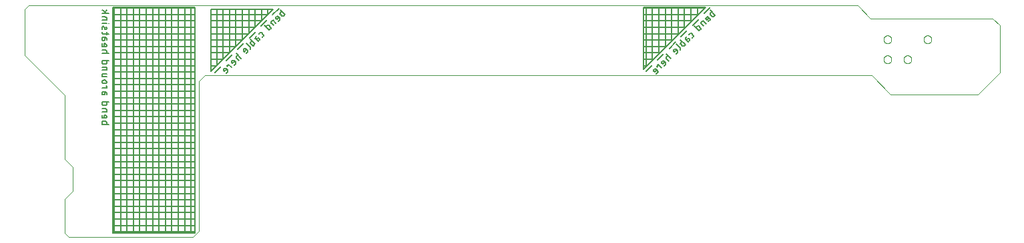
<source format=gbo>
G04 EAGLE Gerber X2 export*
%TF.Part,Single*%
%TF.FileFunction,Other,silk bottom*%
%TF.FilePolarity,Positive*%
%TF.GenerationSoftware,Autodesk,EAGLE,9.5.2*%
%TF.CreationDate,2020-04-08T10:13:28Z*%
G75*
%MOMM*%
%FSLAX34Y34*%
%LPD*%
%INsilk bottom*%
%AMOC8*
5,1,8,0,0,1.08239X$1,22.5*%
G01*
%ADD10C,0.000000*%
%ADD11C,0.152400*%


D10*
X0Y232410D02*
X50800Y181610D01*
X50800Y100330D01*
X60960Y90170D01*
X60960Y59690D01*
X50800Y49530D01*
X50800Y6350D01*
X55880Y1270D01*
X213360Y1270D01*
X1236980Y210820D02*
X1236980Y270510D01*
D11*
X796324Y219744D02*
X788670Y212090D01*
X803395Y226815D02*
X811049Y234469D01*
X818120Y241540D02*
X825774Y249194D01*
X832846Y256266D02*
X840500Y263920D01*
X847571Y270991D02*
X855225Y278645D01*
X862296Y285716D02*
X869950Y293370D01*
X863600Y293370D02*
X784860Y214630D01*
X784860Y293370D01*
X863600Y293370D01*
X789686Y219456D02*
X784860Y219456D01*
X784860Y227584D02*
X797814Y227584D01*
X805942Y235712D02*
X784860Y235712D01*
X784860Y243840D02*
X814070Y243840D01*
X822198Y251968D02*
X784860Y251968D01*
X784860Y260096D02*
X830326Y260096D01*
X838454Y268224D02*
X784860Y268224D01*
X784860Y276352D02*
X846582Y276352D01*
X854710Y284480D02*
X784860Y284480D01*
X784860Y292608D02*
X862838Y292608D01*
X788416Y293370D02*
X788416Y218186D01*
X796544Y226314D02*
X796544Y293370D01*
X804672Y293370D02*
X804672Y234442D01*
X812800Y242570D02*
X812800Y293370D01*
X820928Y293370D02*
X820928Y250698D01*
X829056Y258826D02*
X829056Y293370D01*
X837184Y293370D02*
X837184Y266954D01*
X845312Y275082D02*
X845312Y293370D01*
X853440Y293370D02*
X853440Y283210D01*
X861568Y291338D02*
X861568Y293370D01*
X869699Y289900D02*
X875806Y283794D01*
X874110Y282097D01*
X874055Y282046D01*
X873998Y281997D01*
X873938Y281951D01*
X873876Y281908D01*
X873812Y281869D01*
X873745Y281833D01*
X873677Y281800D01*
X873608Y281772D01*
X873537Y281746D01*
X873464Y281725D01*
X873391Y281707D01*
X873317Y281694D01*
X873242Y281684D01*
X873167Y281678D01*
X873092Y281676D01*
X873017Y281678D01*
X872942Y281684D01*
X872867Y281694D01*
X872793Y281707D01*
X872720Y281725D01*
X872647Y281746D01*
X872576Y281772D01*
X872507Y281800D01*
X872439Y281833D01*
X872373Y281869D01*
X872308Y281908D01*
X872246Y281951D01*
X872186Y281997D01*
X872129Y282046D01*
X872075Y282097D01*
X872074Y282097D02*
X870039Y284133D01*
X870038Y284133D02*
X869988Y284186D01*
X869941Y284242D01*
X869896Y284299D01*
X869854Y284359D01*
X869816Y284421D01*
X869781Y284485D01*
X869748Y284550D01*
X869720Y284617D01*
X869694Y284686D01*
X869673Y284755D01*
X869654Y284826D01*
X869640Y284897D01*
X869629Y284969D01*
X869621Y285042D01*
X869617Y285115D01*
X869617Y285187D01*
X869621Y285260D01*
X869629Y285333D01*
X869640Y285405D01*
X869654Y285476D01*
X869673Y285547D01*
X869694Y285616D01*
X869720Y285685D01*
X869748Y285752D01*
X869781Y285817D01*
X869816Y285881D01*
X869854Y285943D01*
X869896Y286003D01*
X869941Y286060D01*
X869988Y286116D01*
X870038Y286169D01*
X870039Y286168D02*
X871735Y287865D01*
X869233Y277220D02*
X867536Y275524D01*
X869233Y277220D02*
X869283Y277273D01*
X869330Y277329D01*
X869375Y277386D01*
X869417Y277446D01*
X869455Y277508D01*
X869490Y277572D01*
X869523Y277637D01*
X869551Y277704D01*
X869577Y277773D01*
X869598Y277842D01*
X869617Y277913D01*
X869631Y277984D01*
X869642Y278056D01*
X869650Y278129D01*
X869654Y278202D01*
X869654Y278274D01*
X869650Y278347D01*
X869642Y278420D01*
X869631Y278492D01*
X869617Y278563D01*
X869598Y278634D01*
X869577Y278703D01*
X869551Y278772D01*
X869523Y278839D01*
X869490Y278904D01*
X869455Y278968D01*
X869417Y279030D01*
X869375Y279090D01*
X869330Y279147D01*
X869283Y279203D01*
X869233Y279256D01*
X869233Y279255D02*
X867536Y280952D01*
X867473Y281012D01*
X867407Y281070D01*
X867339Y281124D01*
X867268Y281175D01*
X867195Y281223D01*
X867120Y281268D01*
X867042Y281309D01*
X866964Y281346D01*
X866883Y281380D01*
X866801Y281410D01*
X866718Y281437D01*
X866633Y281459D01*
X866548Y281478D01*
X866462Y281493D01*
X866375Y281504D01*
X866288Y281511D01*
X866201Y281514D01*
X866113Y281513D01*
X866026Y281508D01*
X865939Y281499D01*
X865853Y281486D01*
X865767Y281469D01*
X865682Y281449D01*
X865598Y281424D01*
X865516Y281396D01*
X865435Y281364D01*
X865355Y281328D01*
X865277Y281289D01*
X865201Y281246D01*
X865127Y281200D01*
X865055Y281150D01*
X864985Y281097D01*
X864918Y281041D01*
X864853Y280982D01*
X864792Y280921D01*
X864733Y280856D01*
X864677Y280789D01*
X864624Y280719D01*
X864574Y280647D01*
X864528Y280573D01*
X864485Y280497D01*
X864446Y280419D01*
X864410Y280339D01*
X864378Y280258D01*
X864350Y280176D01*
X864325Y280092D01*
X864305Y280007D01*
X864288Y279921D01*
X864275Y279835D01*
X864266Y279748D01*
X864261Y279661D01*
X864260Y279573D01*
X864263Y279486D01*
X864270Y279399D01*
X864281Y279312D01*
X864296Y279226D01*
X864315Y279141D01*
X864337Y279056D01*
X864364Y278973D01*
X864394Y278891D01*
X864428Y278811D01*
X864465Y278732D01*
X864506Y278654D01*
X864551Y278579D01*
X864599Y278506D01*
X864650Y278435D01*
X864704Y278367D01*
X864762Y278301D01*
X864822Y278238D01*
X865501Y277559D01*
X868215Y280273D01*
X864431Y272419D02*
X860360Y276490D01*
X858664Y274793D01*
X858613Y274738D01*
X858564Y274681D01*
X858518Y274621D01*
X858475Y274559D01*
X858436Y274495D01*
X858400Y274428D01*
X858367Y274360D01*
X858339Y274291D01*
X858313Y274220D01*
X858292Y274147D01*
X858274Y274074D01*
X858261Y274000D01*
X858251Y273925D01*
X858245Y273850D01*
X858243Y273775D01*
X858245Y273700D01*
X858251Y273625D01*
X858261Y273550D01*
X858274Y273476D01*
X858292Y273403D01*
X858313Y273330D01*
X858339Y273259D01*
X858367Y273190D01*
X858400Y273122D01*
X858436Y273056D01*
X858475Y272991D01*
X858518Y272929D01*
X858564Y272869D01*
X858613Y272812D01*
X858664Y272758D01*
X861717Y269704D01*
X855946Y263933D02*
X849839Y270040D01*
X855946Y263933D02*
X857642Y265629D01*
X857692Y265682D01*
X857739Y265738D01*
X857784Y265795D01*
X857826Y265855D01*
X857864Y265917D01*
X857899Y265981D01*
X857932Y266046D01*
X857960Y266113D01*
X857986Y266182D01*
X858007Y266251D01*
X858026Y266322D01*
X858040Y266393D01*
X858051Y266465D01*
X858059Y266538D01*
X858063Y266611D01*
X858063Y266683D01*
X858059Y266756D01*
X858051Y266829D01*
X858040Y266901D01*
X858026Y266972D01*
X858007Y267043D01*
X857986Y267112D01*
X857960Y267181D01*
X857932Y267248D01*
X857899Y267313D01*
X857864Y267377D01*
X857826Y267439D01*
X857784Y267499D01*
X857739Y267556D01*
X857692Y267612D01*
X857642Y267665D01*
X855607Y269700D01*
X855607Y269701D02*
X855552Y269752D01*
X855495Y269801D01*
X855435Y269847D01*
X855373Y269890D01*
X855309Y269929D01*
X855242Y269965D01*
X855174Y269998D01*
X855105Y270026D01*
X855034Y270052D01*
X854961Y270073D01*
X854888Y270091D01*
X854814Y270104D01*
X854739Y270114D01*
X854664Y270120D01*
X854589Y270122D01*
X854514Y270120D01*
X854439Y270114D01*
X854364Y270104D01*
X854290Y270091D01*
X854217Y270073D01*
X854144Y270052D01*
X854073Y270026D01*
X854004Y269998D01*
X853936Y269965D01*
X853870Y269929D01*
X853805Y269890D01*
X853743Y269847D01*
X853683Y269801D01*
X853626Y269752D01*
X853571Y269701D01*
X853571Y269700D02*
X851875Y268004D01*
X848316Y256303D02*
X846959Y254946D01*
X848316Y256303D02*
X848366Y256356D01*
X848413Y256412D01*
X848458Y256469D01*
X848500Y256529D01*
X848538Y256591D01*
X848573Y256655D01*
X848606Y256720D01*
X848634Y256787D01*
X848660Y256856D01*
X848681Y256925D01*
X848700Y256996D01*
X848714Y257067D01*
X848725Y257139D01*
X848733Y257212D01*
X848737Y257285D01*
X848737Y257357D01*
X848733Y257430D01*
X848725Y257503D01*
X848714Y257575D01*
X848700Y257646D01*
X848681Y257717D01*
X848660Y257786D01*
X848634Y257855D01*
X848606Y257922D01*
X848573Y257987D01*
X848538Y258051D01*
X848500Y258113D01*
X848458Y258173D01*
X848413Y258230D01*
X848366Y258286D01*
X848316Y258339D01*
X846280Y260374D01*
X846281Y260374D02*
X846226Y260425D01*
X846169Y260474D01*
X846109Y260520D01*
X846047Y260563D01*
X845983Y260602D01*
X845916Y260638D01*
X845848Y260671D01*
X845779Y260699D01*
X845708Y260725D01*
X845635Y260746D01*
X845562Y260764D01*
X845488Y260777D01*
X845413Y260787D01*
X845338Y260793D01*
X845263Y260795D01*
X845188Y260793D01*
X845113Y260787D01*
X845038Y260777D01*
X844964Y260764D01*
X844891Y260746D01*
X844818Y260725D01*
X844747Y260699D01*
X844678Y260671D01*
X844610Y260638D01*
X844544Y260602D01*
X844479Y260563D01*
X844417Y260520D01*
X844357Y260474D01*
X844300Y260425D01*
X844245Y260374D01*
X842888Y259017D01*
X840873Y253610D02*
X839347Y252083D01*
X840874Y253610D02*
X840932Y253666D01*
X840994Y253719D01*
X841058Y253769D01*
X841124Y253816D01*
X841192Y253860D01*
X841263Y253900D01*
X841335Y253937D01*
X841409Y253970D01*
X841485Y254000D01*
X841561Y254026D01*
X841640Y254048D01*
X841719Y254067D01*
X841798Y254081D01*
X841879Y254092D01*
X841960Y254099D01*
X842041Y254102D01*
X842122Y254101D01*
X842203Y254096D01*
X842283Y254087D01*
X842364Y254074D01*
X842443Y254058D01*
X842522Y254038D01*
X842599Y254013D01*
X842675Y253986D01*
X842750Y253954D01*
X842823Y253919D01*
X842895Y253880D01*
X842964Y253838D01*
X843031Y253793D01*
X843096Y253745D01*
X843159Y253693D01*
X843219Y253639D01*
X843277Y253581D01*
X843331Y253521D01*
X843383Y253458D01*
X843431Y253393D01*
X843476Y253326D01*
X843518Y253257D01*
X843557Y253185D01*
X843592Y253112D01*
X843624Y253037D01*
X843651Y252961D01*
X843676Y252884D01*
X843696Y252805D01*
X843712Y252726D01*
X843725Y252645D01*
X843734Y252565D01*
X843739Y252484D01*
X843740Y252403D01*
X843737Y252322D01*
X843730Y252241D01*
X843719Y252160D01*
X843705Y252081D01*
X843686Y252002D01*
X843664Y251923D01*
X843638Y251847D01*
X843608Y251771D01*
X843575Y251697D01*
X843538Y251625D01*
X843498Y251554D01*
X843454Y251486D01*
X843407Y251420D01*
X843357Y251356D01*
X843304Y251294D01*
X843248Y251236D01*
X843248Y251235D02*
X841721Y249708D01*
X838668Y252762D01*
X838618Y252815D01*
X838571Y252871D01*
X838526Y252928D01*
X838484Y252988D01*
X838446Y253050D01*
X838411Y253114D01*
X838378Y253179D01*
X838350Y253246D01*
X838324Y253315D01*
X838303Y253384D01*
X838284Y253455D01*
X838270Y253526D01*
X838259Y253598D01*
X838251Y253671D01*
X838247Y253744D01*
X838247Y253816D01*
X838251Y253889D01*
X838259Y253962D01*
X838270Y254034D01*
X838284Y254105D01*
X838303Y254176D01*
X838324Y254245D01*
X838350Y254314D01*
X838378Y254381D01*
X838411Y254446D01*
X838446Y254510D01*
X838484Y254572D01*
X838526Y254632D01*
X838571Y254689D01*
X838618Y254745D01*
X838669Y254798D01*
X838668Y254797D02*
X840025Y256154D01*
X832198Y252399D02*
X838305Y246292D01*
X836609Y244596D01*
X836554Y244545D01*
X836497Y244496D01*
X836437Y244450D01*
X836375Y244407D01*
X836311Y244368D01*
X836244Y244332D01*
X836176Y244299D01*
X836107Y244271D01*
X836036Y244245D01*
X835963Y244224D01*
X835890Y244206D01*
X835816Y244193D01*
X835741Y244183D01*
X835666Y244177D01*
X835591Y244175D01*
X835516Y244177D01*
X835441Y244183D01*
X835366Y244193D01*
X835292Y244206D01*
X835219Y244224D01*
X835146Y244245D01*
X835075Y244271D01*
X835006Y244299D01*
X834938Y244332D01*
X834872Y244368D01*
X834807Y244407D01*
X834745Y244450D01*
X834685Y244496D01*
X834628Y244545D01*
X834574Y244596D01*
X834573Y244596D02*
X832538Y246631D01*
X832537Y246631D02*
X832487Y246684D01*
X832440Y246740D01*
X832395Y246797D01*
X832353Y246857D01*
X832315Y246919D01*
X832280Y246983D01*
X832247Y247048D01*
X832219Y247115D01*
X832193Y247184D01*
X832172Y247253D01*
X832153Y247324D01*
X832139Y247395D01*
X832128Y247467D01*
X832120Y247540D01*
X832116Y247613D01*
X832116Y247685D01*
X832120Y247758D01*
X832128Y247831D01*
X832139Y247903D01*
X832153Y247974D01*
X832172Y248045D01*
X832193Y248114D01*
X832219Y248183D01*
X832247Y248250D01*
X832280Y248315D01*
X832315Y248379D01*
X832353Y248441D01*
X832395Y248501D01*
X832440Y248558D01*
X832487Y248614D01*
X832537Y248667D01*
X832538Y248667D02*
X834234Y250363D01*
X826615Y246815D02*
X831704Y241727D01*
X831755Y241672D01*
X831804Y241615D01*
X831850Y241555D01*
X831893Y241493D01*
X831932Y241429D01*
X831968Y241362D01*
X832001Y241294D01*
X832029Y241225D01*
X832055Y241154D01*
X832076Y241081D01*
X832094Y241008D01*
X832107Y240934D01*
X832117Y240859D01*
X832123Y240784D01*
X832125Y240709D01*
X832123Y240634D01*
X832117Y240559D01*
X832107Y240484D01*
X832094Y240410D01*
X832076Y240337D01*
X832055Y240264D01*
X832029Y240193D01*
X832001Y240124D01*
X831968Y240056D01*
X831932Y239990D01*
X831893Y239925D01*
X831850Y239863D01*
X831804Y239803D01*
X831755Y239746D01*
X831704Y239691D01*
X828283Y236270D02*
X826587Y234574D01*
X828283Y236270D02*
X828333Y236323D01*
X828380Y236379D01*
X828425Y236436D01*
X828467Y236496D01*
X828505Y236558D01*
X828540Y236622D01*
X828573Y236687D01*
X828601Y236754D01*
X828627Y236823D01*
X828648Y236892D01*
X828667Y236963D01*
X828681Y237034D01*
X828692Y237106D01*
X828700Y237179D01*
X828704Y237252D01*
X828704Y237324D01*
X828700Y237397D01*
X828692Y237470D01*
X828681Y237542D01*
X828667Y237613D01*
X828648Y237684D01*
X828627Y237753D01*
X828601Y237822D01*
X828573Y237889D01*
X828540Y237954D01*
X828505Y238018D01*
X828467Y238080D01*
X828425Y238140D01*
X828380Y238197D01*
X828333Y238253D01*
X828283Y238306D01*
X826587Y240002D01*
X826524Y240062D01*
X826458Y240120D01*
X826390Y240174D01*
X826319Y240225D01*
X826246Y240273D01*
X826171Y240318D01*
X826093Y240359D01*
X826015Y240396D01*
X825934Y240430D01*
X825852Y240460D01*
X825769Y240487D01*
X825684Y240509D01*
X825599Y240528D01*
X825513Y240543D01*
X825426Y240554D01*
X825339Y240561D01*
X825252Y240564D01*
X825164Y240563D01*
X825077Y240558D01*
X824990Y240549D01*
X824904Y240536D01*
X824818Y240519D01*
X824733Y240499D01*
X824649Y240474D01*
X824567Y240446D01*
X824486Y240414D01*
X824406Y240378D01*
X824328Y240339D01*
X824252Y240296D01*
X824178Y240250D01*
X824106Y240200D01*
X824036Y240147D01*
X823969Y240091D01*
X823904Y240032D01*
X823843Y239971D01*
X823784Y239906D01*
X823728Y239839D01*
X823675Y239769D01*
X823625Y239697D01*
X823579Y239623D01*
X823536Y239547D01*
X823497Y239469D01*
X823461Y239389D01*
X823429Y239308D01*
X823401Y239226D01*
X823376Y239142D01*
X823356Y239057D01*
X823339Y238971D01*
X823326Y238885D01*
X823317Y238798D01*
X823312Y238711D01*
X823311Y238623D01*
X823314Y238536D01*
X823321Y238449D01*
X823332Y238362D01*
X823347Y238276D01*
X823366Y238191D01*
X823388Y238106D01*
X823415Y238023D01*
X823445Y237941D01*
X823479Y237861D01*
X823516Y237782D01*
X823557Y237704D01*
X823602Y237629D01*
X823650Y237556D01*
X823701Y237485D01*
X823755Y237417D01*
X823813Y237351D01*
X823873Y237288D01*
X824551Y236609D01*
X827265Y239323D01*
X820033Y228020D02*
X813927Y234127D01*
X815962Y232091D02*
X814266Y230395D01*
X814215Y230340D01*
X814166Y230283D01*
X814120Y230223D01*
X814077Y230161D01*
X814038Y230097D01*
X814002Y230030D01*
X813969Y229962D01*
X813941Y229893D01*
X813915Y229822D01*
X813894Y229749D01*
X813876Y229676D01*
X813863Y229602D01*
X813853Y229527D01*
X813847Y229452D01*
X813845Y229377D01*
X813847Y229302D01*
X813853Y229227D01*
X813863Y229152D01*
X813876Y229078D01*
X813894Y229005D01*
X813915Y228932D01*
X813941Y228861D01*
X813969Y228792D01*
X814002Y228724D01*
X814038Y228658D01*
X814077Y228593D01*
X814120Y228531D01*
X814166Y228471D01*
X814215Y228414D01*
X814266Y228360D01*
X814266Y228359D02*
X817319Y225306D01*
X813196Y221183D02*
X811500Y219487D01*
X813197Y221183D02*
X813247Y221236D01*
X813294Y221292D01*
X813339Y221349D01*
X813381Y221409D01*
X813419Y221471D01*
X813454Y221535D01*
X813487Y221600D01*
X813515Y221667D01*
X813541Y221736D01*
X813562Y221805D01*
X813581Y221876D01*
X813595Y221947D01*
X813606Y222019D01*
X813614Y222092D01*
X813618Y222165D01*
X813618Y222237D01*
X813614Y222310D01*
X813606Y222383D01*
X813595Y222455D01*
X813581Y222526D01*
X813562Y222597D01*
X813541Y222666D01*
X813515Y222735D01*
X813487Y222802D01*
X813454Y222867D01*
X813419Y222931D01*
X813381Y222993D01*
X813339Y223053D01*
X813294Y223110D01*
X813247Y223166D01*
X813197Y223219D01*
X813196Y223219D02*
X811500Y224915D01*
X811437Y224975D01*
X811371Y225033D01*
X811303Y225087D01*
X811232Y225138D01*
X811159Y225186D01*
X811084Y225231D01*
X811006Y225272D01*
X810928Y225309D01*
X810847Y225343D01*
X810765Y225373D01*
X810682Y225400D01*
X810597Y225422D01*
X810512Y225441D01*
X810426Y225456D01*
X810339Y225467D01*
X810252Y225474D01*
X810165Y225477D01*
X810077Y225476D01*
X809990Y225471D01*
X809903Y225462D01*
X809817Y225449D01*
X809731Y225432D01*
X809646Y225412D01*
X809562Y225387D01*
X809480Y225359D01*
X809399Y225327D01*
X809319Y225291D01*
X809241Y225252D01*
X809165Y225209D01*
X809091Y225163D01*
X809019Y225113D01*
X808949Y225060D01*
X808882Y225004D01*
X808817Y224945D01*
X808756Y224884D01*
X808697Y224819D01*
X808641Y224752D01*
X808588Y224682D01*
X808538Y224610D01*
X808492Y224536D01*
X808449Y224460D01*
X808410Y224382D01*
X808374Y224302D01*
X808342Y224221D01*
X808314Y224139D01*
X808289Y224055D01*
X808269Y223970D01*
X808252Y223884D01*
X808239Y223798D01*
X808230Y223711D01*
X808225Y223624D01*
X808224Y223536D01*
X808227Y223449D01*
X808234Y223362D01*
X808245Y223275D01*
X808260Y223189D01*
X808279Y223104D01*
X808301Y223019D01*
X808328Y222936D01*
X808358Y222854D01*
X808392Y222774D01*
X808429Y222695D01*
X808470Y222617D01*
X808515Y222542D01*
X808563Y222469D01*
X808614Y222398D01*
X808668Y222330D01*
X808726Y222264D01*
X808786Y222201D01*
X809465Y221522D01*
X812179Y224236D01*
X808341Y216328D02*
X804270Y220399D01*
X802234Y218363D01*
X802913Y217685D01*
X803067Y211053D02*
X801371Y209357D01*
X803067Y211053D02*
X803117Y211106D01*
X803164Y211162D01*
X803209Y211219D01*
X803251Y211279D01*
X803289Y211341D01*
X803324Y211405D01*
X803357Y211470D01*
X803385Y211537D01*
X803411Y211606D01*
X803432Y211675D01*
X803451Y211746D01*
X803465Y211817D01*
X803476Y211889D01*
X803484Y211962D01*
X803488Y212035D01*
X803488Y212107D01*
X803484Y212180D01*
X803476Y212253D01*
X803465Y212325D01*
X803451Y212396D01*
X803432Y212467D01*
X803411Y212536D01*
X803385Y212605D01*
X803357Y212672D01*
X803324Y212737D01*
X803289Y212801D01*
X803251Y212863D01*
X803209Y212923D01*
X803164Y212980D01*
X803117Y213036D01*
X803067Y213089D01*
X801371Y214785D01*
X801308Y214845D01*
X801242Y214903D01*
X801174Y214957D01*
X801103Y215008D01*
X801030Y215056D01*
X800955Y215101D01*
X800877Y215142D01*
X800799Y215179D01*
X800718Y215213D01*
X800636Y215243D01*
X800553Y215270D01*
X800468Y215292D01*
X800383Y215311D01*
X800297Y215326D01*
X800210Y215337D01*
X800123Y215344D01*
X800036Y215347D01*
X799948Y215346D01*
X799861Y215341D01*
X799774Y215332D01*
X799688Y215319D01*
X799602Y215302D01*
X799517Y215282D01*
X799433Y215257D01*
X799351Y215229D01*
X799270Y215197D01*
X799190Y215161D01*
X799112Y215122D01*
X799036Y215079D01*
X798962Y215033D01*
X798890Y214983D01*
X798820Y214930D01*
X798753Y214874D01*
X798688Y214815D01*
X798627Y214754D01*
X798568Y214689D01*
X798512Y214622D01*
X798459Y214552D01*
X798409Y214480D01*
X798363Y214406D01*
X798320Y214330D01*
X798281Y214252D01*
X798245Y214172D01*
X798213Y214091D01*
X798185Y214009D01*
X798160Y213925D01*
X798140Y213840D01*
X798123Y213754D01*
X798110Y213668D01*
X798101Y213581D01*
X798096Y213494D01*
X798095Y213406D01*
X798098Y213319D01*
X798105Y213232D01*
X798116Y213145D01*
X798131Y213059D01*
X798150Y212974D01*
X798172Y212889D01*
X798199Y212806D01*
X798229Y212724D01*
X798263Y212644D01*
X798300Y212565D01*
X798341Y212487D01*
X798386Y212412D01*
X798434Y212339D01*
X798485Y212268D01*
X798539Y212200D01*
X798597Y212134D01*
X798657Y212071D01*
X799335Y211393D01*
X802049Y214107D01*
X107188Y145020D02*
X98552Y145020D01*
X98552Y147419D01*
X98554Y147494D01*
X98560Y147569D01*
X98570Y147644D01*
X98583Y147718D01*
X98601Y147791D01*
X98622Y147864D01*
X98648Y147935D01*
X98676Y148004D01*
X98709Y148072D01*
X98745Y148138D01*
X98784Y148203D01*
X98827Y148265D01*
X98873Y148325D01*
X98922Y148382D01*
X98973Y148437D01*
X99028Y148488D01*
X99085Y148537D01*
X99145Y148583D01*
X99207Y148626D01*
X99271Y148665D01*
X99338Y148701D01*
X99406Y148734D01*
X99475Y148762D01*
X99546Y148788D01*
X99619Y148809D01*
X99692Y148827D01*
X99766Y148840D01*
X99841Y148850D01*
X99916Y148856D01*
X99991Y148858D01*
X102870Y148858D01*
X102945Y148856D01*
X103020Y148850D01*
X103095Y148840D01*
X103169Y148827D01*
X103242Y148809D01*
X103315Y148788D01*
X103386Y148762D01*
X103455Y148734D01*
X103523Y148701D01*
X103590Y148665D01*
X103654Y148626D01*
X103716Y148583D01*
X103776Y148537D01*
X103833Y148488D01*
X103888Y148437D01*
X103939Y148382D01*
X103988Y148325D01*
X104034Y148265D01*
X104077Y148203D01*
X104116Y148139D01*
X104152Y148072D01*
X104185Y148004D01*
X104213Y147935D01*
X104239Y147864D01*
X104260Y147791D01*
X104278Y147718D01*
X104291Y147644D01*
X104301Y147569D01*
X104307Y147494D01*
X104309Y147419D01*
X104309Y145020D01*
X98552Y154317D02*
X98552Y156715D01*
X98552Y154317D02*
X98554Y154242D01*
X98560Y154167D01*
X98570Y154092D01*
X98583Y154018D01*
X98601Y153945D01*
X98622Y153872D01*
X98648Y153801D01*
X98676Y153732D01*
X98709Y153664D01*
X98745Y153598D01*
X98784Y153533D01*
X98827Y153471D01*
X98873Y153411D01*
X98922Y153354D01*
X98973Y153299D01*
X99028Y153248D01*
X99085Y153199D01*
X99145Y153153D01*
X99207Y153110D01*
X99272Y153071D01*
X99338Y153035D01*
X99406Y153002D01*
X99475Y152974D01*
X99546Y152948D01*
X99619Y152927D01*
X99692Y152909D01*
X99766Y152896D01*
X99841Y152886D01*
X99916Y152880D01*
X99991Y152878D01*
X99991Y152877D02*
X102390Y152877D01*
X102476Y152879D01*
X102562Y152885D01*
X102648Y152894D01*
X102733Y152908D01*
X102817Y152925D01*
X102901Y152946D01*
X102983Y152971D01*
X103064Y152999D01*
X103144Y153031D01*
X103223Y153067D01*
X103299Y153106D01*
X103374Y153149D01*
X103447Y153194D01*
X103518Y153243D01*
X103586Y153296D01*
X103653Y153351D01*
X103716Y153409D01*
X103777Y153470D01*
X103835Y153533D01*
X103890Y153600D01*
X103943Y153668D01*
X103992Y153739D01*
X104037Y153812D01*
X104080Y153887D01*
X104119Y153963D01*
X104155Y154042D01*
X104187Y154122D01*
X104215Y154203D01*
X104240Y154285D01*
X104261Y154369D01*
X104278Y154453D01*
X104292Y154538D01*
X104301Y154624D01*
X104307Y154710D01*
X104309Y154796D01*
X104307Y154882D01*
X104301Y154968D01*
X104292Y155054D01*
X104278Y155139D01*
X104261Y155223D01*
X104240Y155307D01*
X104215Y155389D01*
X104187Y155470D01*
X104155Y155550D01*
X104119Y155629D01*
X104080Y155705D01*
X104037Y155780D01*
X103992Y155853D01*
X103943Y155924D01*
X103890Y155992D01*
X103835Y156059D01*
X103777Y156122D01*
X103716Y156183D01*
X103653Y156241D01*
X103586Y156296D01*
X103518Y156349D01*
X103447Y156398D01*
X103374Y156443D01*
X103299Y156486D01*
X103223Y156525D01*
X103144Y156561D01*
X103064Y156593D01*
X102983Y156621D01*
X102901Y156646D01*
X102817Y156667D01*
X102733Y156684D01*
X102648Y156698D01*
X102562Y156707D01*
X102476Y156713D01*
X102390Y156715D01*
X101431Y156715D01*
X101431Y152877D01*
X104309Y161107D02*
X98552Y161107D01*
X104309Y161107D02*
X104309Y163506D01*
X104307Y163581D01*
X104301Y163656D01*
X104291Y163731D01*
X104278Y163805D01*
X104260Y163878D01*
X104239Y163951D01*
X104213Y164022D01*
X104185Y164091D01*
X104152Y164159D01*
X104116Y164226D01*
X104077Y164290D01*
X104034Y164352D01*
X103988Y164412D01*
X103939Y164469D01*
X103888Y164524D01*
X103833Y164575D01*
X103776Y164624D01*
X103716Y164670D01*
X103654Y164713D01*
X103590Y164752D01*
X103523Y164788D01*
X103455Y164821D01*
X103386Y164849D01*
X103315Y164875D01*
X103242Y164896D01*
X103169Y164914D01*
X103095Y164927D01*
X103020Y164937D01*
X102945Y164943D01*
X102870Y164945D01*
X98552Y164945D01*
X98552Y173107D02*
X107188Y173107D01*
X98552Y173107D02*
X98552Y170708D01*
X98554Y170633D01*
X98560Y170558D01*
X98570Y170483D01*
X98583Y170409D01*
X98601Y170336D01*
X98622Y170263D01*
X98648Y170192D01*
X98676Y170123D01*
X98709Y170055D01*
X98745Y169989D01*
X98784Y169924D01*
X98827Y169862D01*
X98873Y169802D01*
X98922Y169745D01*
X98973Y169690D01*
X99028Y169639D01*
X99085Y169590D01*
X99145Y169544D01*
X99207Y169501D01*
X99272Y169462D01*
X99338Y169426D01*
X99406Y169393D01*
X99475Y169365D01*
X99546Y169339D01*
X99619Y169318D01*
X99692Y169300D01*
X99766Y169287D01*
X99841Y169277D01*
X99916Y169271D01*
X99991Y169269D01*
X102870Y169269D01*
X102945Y169271D01*
X103020Y169277D01*
X103095Y169287D01*
X103169Y169300D01*
X103242Y169318D01*
X103315Y169339D01*
X103386Y169365D01*
X103455Y169393D01*
X103523Y169426D01*
X103590Y169462D01*
X103654Y169501D01*
X103716Y169544D01*
X103776Y169590D01*
X103833Y169639D01*
X103888Y169690D01*
X103939Y169745D01*
X103988Y169802D01*
X104034Y169862D01*
X104077Y169924D01*
X104116Y169989D01*
X104152Y170055D01*
X104185Y170123D01*
X104213Y170192D01*
X104239Y170263D01*
X104260Y170336D01*
X104278Y170409D01*
X104291Y170483D01*
X104301Y170558D01*
X104307Y170633D01*
X104309Y170708D01*
X104309Y173107D01*
X101910Y184054D02*
X101910Y186213D01*
X101910Y184054D02*
X101908Y183973D01*
X101902Y183892D01*
X101892Y183811D01*
X101879Y183731D01*
X101861Y183652D01*
X101840Y183574D01*
X101815Y183497D01*
X101786Y183421D01*
X101754Y183346D01*
X101718Y183274D01*
X101678Y183203D01*
X101635Y183134D01*
X101589Y183067D01*
X101540Y183003D01*
X101488Y182941D01*
X101432Y182881D01*
X101374Y182825D01*
X101314Y182771D01*
X101250Y182720D01*
X101185Y182672D01*
X101117Y182628D01*
X101047Y182587D01*
X100975Y182549D01*
X100902Y182515D01*
X100826Y182484D01*
X100750Y182457D01*
X100672Y182434D01*
X100593Y182415D01*
X100514Y182399D01*
X100433Y182387D01*
X100353Y182379D01*
X100272Y182375D01*
X100190Y182375D01*
X100109Y182379D01*
X100029Y182387D01*
X99948Y182399D01*
X99869Y182415D01*
X99790Y182434D01*
X99712Y182457D01*
X99636Y182484D01*
X99560Y182515D01*
X99487Y182549D01*
X99415Y182587D01*
X99345Y182628D01*
X99277Y182672D01*
X99212Y182720D01*
X99148Y182771D01*
X99088Y182825D01*
X99030Y182881D01*
X98974Y182941D01*
X98922Y183003D01*
X98873Y183067D01*
X98827Y183134D01*
X98784Y183203D01*
X98744Y183274D01*
X98708Y183346D01*
X98676Y183421D01*
X98647Y183497D01*
X98622Y183574D01*
X98601Y183652D01*
X98583Y183731D01*
X98570Y183811D01*
X98560Y183892D01*
X98554Y183973D01*
X98552Y184054D01*
X98552Y186213D01*
X102870Y186213D01*
X102945Y186211D01*
X103020Y186205D01*
X103095Y186195D01*
X103169Y186182D01*
X103242Y186164D01*
X103315Y186143D01*
X103386Y186117D01*
X103455Y186089D01*
X103523Y186056D01*
X103590Y186020D01*
X103654Y185981D01*
X103716Y185938D01*
X103776Y185892D01*
X103833Y185843D01*
X103888Y185792D01*
X103939Y185737D01*
X103988Y185680D01*
X104034Y185620D01*
X104077Y185558D01*
X104116Y185494D01*
X104152Y185427D01*
X104185Y185359D01*
X104213Y185290D01*
X104239Y185219D01*
X104260Y185146D01*
X104278Y185073D01*
X104291Y184999D01*
X104301Y184924D01*
X104307Y184849D01*
X104309Y184774D01*
X104309Y182855D01*
X104309Y191053D02*
X98552Y191053D01*
X104309Y191053D02*
X104309Y193932D01*
X103350Y193932D01*
X102390Y197073D02*
X100471Y197073D01*
X102390Y197073D02*
X102476Y197075D01*
X102562Y197081D01*
X102648Y197090D01*
X102733Y197104D01*
X102817Y197121D01*
X102901Y197142D01*
X102983Y197167D01*
X103064Y197195D01*
X103144Y197227D01*
X103223Y197263D01*
X103299Y197302D01*
X103374Y197345D01*
X103447Y197390D01*
X103518Y197439D01*
X103586Y197492D01*
X103653Y197547D01*
X103716Y197605D01*
X103777Y197666D01*
X103835Y197729D01*
X103890Y197796D01*
X103943Y197864D01*
X103992Y197935D01*
X104037Y198008D01*
X104080Y198083D01*
X104119Y198159D01*
X104155Y198238D01*
X104187Y198318D01*
X104215Y198399D01*
X104240Y198481D01*
X104261Y198565D01*
X104278Y198649D01*
X104292Y198734D01*
X104301Y198820D01*
X104307Y198906D01*
X104309Y198992D01*
X104307Y199078D01*
X104301Y199164D01*
X104292Y199250D01*
X104278Y199335D01*
X104261Y199419D01*
X104240Y199503D01*
X104215Y199585D01*
X104187Y199666D01*
X104155Y199746D01*
X104119Y199825D01*
X104080Y199901D01*
X104037Y199976D01*
X103992Y200049D01*
X103943Y200120D01*
X103890Y200188D01*
X103835Y200255D01*
X103777Y200318D01*
X103716Y200379D01*
X103653Y200437D01*
X103586Y200492D01*
X103518Y200545D01*
X103447Y200594D01*
X103374Y200639D01*
X103299Y200682D01*
X103223Y200721D01*
X103144Y200757D01*
X103064Y200789D01*
X102983Y200817D01*
X102901Y200842D01*
X102817Y200863D01*
X102733Y200880D01*
X102648Y200894D01*
X102562Y200903D01*
X102476Y200909D01*
X102390Y200911D01*
X100471Y200911D01*
X100385Y200909D01*
X100299Y200903D01*
X100213Y200894D01*
X100128Y200880D01*
X100044Y200863D01*
X99960Y200842D01*
X99878Y200817D01*
X99797Y200789D01*
X99717Y200757D01*
X99638Y200721D01*
X99562Y200682D01*
X99487Y200639D01*
X99414Y200594D01*
X99343Y200545D01*
X99275Y200492D01*
X99208Y200437D01*
X99145Y200379D01*
X99084Y200318D01*
X99026Y200255D01*
X98971Y200188D01*
X98918Y200120D01*
X98869Y200049D01*
X98824Y199976D01*
X98781Y199901D01*
X98742Y199825D01*
X98706Y199746D01*
X98674Y199666D01*
X98646Y199585D01*
X98621Y199503D01*
X98600Y199419D01*
X98583Y199335D01*
X98569Y199250D01*
X98560Y199164D01*
X98554Y199078D01*
X98552Y198992D01*
X98554Y198906D01*
X98560Y198820D01*
X98569Y198734D01*
X98583Y198649D01*
X98600Y198565D01*
X98621Y198481D01*
X98646Y198399D01*
X98674Y198318D01*
X98706Y198238D01*
X98742Y198159D01*
X98781Y198083D01*
X98824Y198008D01*
X98869Y197935D01*
X98918Y197864D01*
X98971Y197796D01*
X99026Y197729D01*
X99084Y197666D01*
X99145Y197605D01*
X99208Y197547D01*
X99275Y197492D01*
X99343Y197439D01*
X99414Y197390D01*
X99487Y197345D01*
X99562Y197302D01*
X99638Y197263D01*
X99717Y197227D01*
X99797Y197195D01*
X99878Y197167D01*
X99960Y197142D01*
X100044Y197121D01*
X100128Y197104D01*
X100213Y197090D01*
X100299Y197081D01*
X100385Y197075D01*
X100471Y197073D01*
X99991Y205303D02*
X104309Y205303D01*
X99991Y205303D02*
X99916Y205305D01*
X99841Y205311D01*
X99766Y205321D01*
X99692Y205334D01*
X99619Y205352D01*
X99546Y205373D01*
X99475Y205399D01*
X99406Y205427D01*
X99338Y205460D01*
X99272Y205496D01*
X99207Y205535D01*
X99145Y205578D01*
X99085Y205624D01*
X99028Y205673D01*
X98973Y205724D01*
X98922Y205779D01*
X98873Y205836D01*
X98827Y205896D01*
X98784Y205958D01*
X98745Y206023D01*
X98709Y206089D01*
X98676Y206157D01*
X98648Y206226D01*
X98622Y206297D01*
X98601Y206370D01*
X98583Y206443D01*
X98570Y206517D01*
X98560Y206592D01*
X98554Y206667D01*
X98552Y206742D01*
X98552Y209141D01*
X104309Y209141D01*
X104309Y213837D02*
X98552Y213837D01*
X104309Y213837D02*
X104309Y216236D01*
X104307Y216311D01*
X104301Y216386D01*
X104291Y216461D01*
X104278Y216535D01*
X104260Y216608D01*
X104239Y216681D01*
X104213Y216752D01*
X104185Y216821D01*
X104152Y216889D01*
X104116Y216956D01*
X104077Y217020D01*
X104034Y217082D01*
X103988Y217142D01*
X103939Y217199D01*
X103888Y217254D01*
X103833Y217305D01*
X103776Y217354D01*
X103716Y217400D01*
X103654Y217443D01*
X103590Y217482D01*
X103523Y217518D01*
X103455Y217551D01*
X103386Y217579D01*
X103315Y217605D01*
X103242Y217626D01*
X103169Y217644D01*
X103095Y217657D01*
X103020Y217667D01*
X102945Y217673D01*
X102870Y217675D01*
X98552Y217675D01*
X98552Y225837D02*
X107188Y225837D01*
X98552Y225837D02*
X98552Y223438D01*
X98554Y223363D01*
X98560Y223288D01*
X98570Y223213D01*
X98583Y223139D01*
X98601Y223066D01*
X98622Y222993D01*
X98648Y222922D01*
X98676Y222853D01*
X98709Y222785D01*
X98745Y222719D01*
X98784Y222654D01*
X98827Y222592D01*
X98873Y222532D01*
X98922Y222475D01*
X98973Y222420D01*
X99028Y222369D01*
X99085Y222320D01*
X99145Y222274D01*
X99207Y222231D01*
X99272Y222192D01*
X99338Y222156D01*
X99406Y222123D01*
X99475Y222095D01*
X99546Y222069D01*
X99619Y222048D01*
X99692Y222030D01*
X99766Y222017D01*
X99841Y222007D01*
X99916Y222001D01*
X99991Y221999D01*
X102870Y221999D01*
X102945Y222001D01*
X103020Y222007D01*
X103095Y222017D01*
X103169Y222030D01*
X103242Y222048D01*
X103315Y222069D01*
X103386Y222095D01*
X103455Y222123D01*
X103523Y222156D01*
X103590Y222192D01*
X103654Y222231D01*
X103716Y222274D01*
X103776Y222320D01*
X103833Y222369D01*
X103888Y222420D01*
X103939Y222475D01*
X103988Y222532D01*
X104034Y222592D01*
X104077Y222654D01*
X104116Y222719D01*
X104152Y222785D01*
X104185Y222853D01*
X104213Y222922D01*
X104239Y222993D01*
X104260Y223066D01*
X104278Y223139D01*
X104291Y223213D01*
X104301Y223288D01*
X104307Y223363D01*
X104309Y223438D01*
X104309Y225837D01*
X107188Y235478D02*
X98552Y235478D01*
X104309Y235478D02*
X104309Y237876D01*
X104307Y237951D01*
X104301Y238026D01*
X104291Y238101D01*
X104278Y238175D01*
X104260Y238248D01*
X104239Y238321D01*
X104213Y238392D01*
X104185Y238461D01*
X104152Y238529D01*
X104116Y238596D01*
X104077Y238660D01*
X104034Y238722D01*
X103988Y238782D01*
X103939Y238839D01*
X103888Y238894D01*
X103833Y238945D01*
X103776Y238994D01*
X103716Y239040D01*
X103654Y239083D01*
X103590Y239122D01*
X103523Y239158D01*
X103455Y239191D01*
X103386Y239219D01*
X103315Y239245D01*
X103242Y239266D01*
X103169Y239284D01*
X103095Y239297D01*
X103020Y239307D01*
X102945Y239313D01*
X102870Y239315D01*
X102870Y239316D02*
X98552Y239316D01*
X98552Y245146D02*
X98552Y247545D01*
X98552Y245146D02*
X98554Y245071D01*
X98560Y244996D01*
X98570Y244921D01*
X98583Y244847D01*
X98601Y244774D01*
X98622Y244701D01*
X98648Y244630D01*
X98676Y244561D01*
X98709Y244493D01*
X98745Y244427D01*
X98784Y244362D01*
X98827Y244300D01*
X98873Y244240D01*
X98922Y244183D01*
X98973Y244128D01*
X99028Y244077D01*
X99085Y244028D01*
X99145Y243982D01*
X99207Y243939D01*
X99272Y243900D01*
X99338Y243864D01*
X99406Y243831D01*
X99475Y243803D01*
X99546Y243777D01*
X99619Y243756D01*
X99692Y243738D01*
X99766Y243725D01*
X99841Y243715D01*
X99916Y243709D01*
X99991Y243707D01*
X102390Y243707D01*
X102476Y243709D01*
X102562Y243715D01*
X102648Y243724D01*
X102733Y243738D01*
X102817Y243755D01*
X102901Y243776D01*
X102983Y243801D01*
X103064Y243829D01*
X103144Y243861D01*
X103223Y243897D01*
X103299Y243936D01*
X103374Y243979D01*
X103447Y244024D01*
X103518Y244073D01*
X103586Y244126D01*
X103653Y244181D01*
X103716Y244239D01*
X103777Y244300D01*
X103835Y244363D01*
X103890Y244430D01*
X103943Y244498D01*
X103992Y244569D01*
X104037Y244642D01*
X104080Y244717D01*
X104119Y244793D01*
X104155Y244872D01*
X104187Y244952D01*
X104215Y245033D01*
X104240Y245115D01*
X104261Y245199D01*
X104278Y245283D01*
X104292Y245368D01*
X104301Y245454D01*
X104307Y245540D01*
X104309Y245626D01*
X104307Y245712D01*
X104301Y245798D01*
X104292Y245884D01*
X104278Y245969D01*
X104261Y246053D01*
X104240Y246137D01*
X104215Y246219D01*
X104187Y246300D01*
X104155Y246380D01*
X104119Y246459D01*
X104080Y246535D01*
X104037Y246610D01*
X103992Y246683D01*
X103943Y246754D01*
X103890Y246822D01*
X103835Y246889D01*
X103777Y246952D01*
X103716Y247013D01*
X103653Y247071D01*
X103586Y247126D01*
X103518Y247179D01*
X103447Y247228D01*
X103374Y247273D01*
X103299Y247316D01*
X103223Y247355D01*
X103144Y247391D01*
X103064Y247423D01*
X102983Y247451D01*
X102901Y247476D01*
X102817Y247497D01*
X102733Y247514D01*
X102648Y247528D01*
X102562Y247537D01*
X102476Y247543D01*
X102390Y247545D01*
X101431Y247545D01*
X101431Y243707D01*
X101910Y253243D02*
X101910Y255402D01*
X101910Y253243D02*
X101908Y253162D01*
X101902Y253081D01*
X101892Y253000D01*
X101879Y252920D01*
X101861Y252841D01*
X101840Y252763D01*
X101815Y252686D01*
X101786Y252610D01*
X101754Y252535D01*
X101718Y252463D01*
X101678Y252392D01*
X101635Y252323D01*
X101589Y252256D01*
X101540Y252192D01*
X101488Y252130D01*
X101432Y252070D01*
X101374Y252014D01*
X101314Y251960D01*
X101250Y251909D01*
X101185Y251861D01*
X101117Y251817D01*
X101047Y251776D01*
X100975Y251738D01*
X100902Y251704D01*
X100826Y251673D01*
X100750Y251646D01*
X100672Y251623D01*
X100593Y251604D01*
X100514Y251588D01*
X100433Y251576D01*
X100353Y251568D01*
X100272Y251564D01*
X100190Y251564D01*
X100109Y251568D01*
X100029Y251576D01*
X99948Y251588D01*
X99869Y251604D01*
X99790Y251623D01*
X99712Y251646D01*
X99636Y251673D01*
X99560Y251704D01*
X99487Y251738D01*
X99415Y251776D01*
X99345Y251817D01*
X99277Y251861D01*
X99212Y251909D01*
X99148Y251960D01*
X99088Y252014D01*
X99030Y252070D01*
X98974Y252130D01*
X98922Y252192D01*
X98873Y252256D01*
X98827Y252323D01*
X98784Y252392D01*
X98744Y252463D01*
X98708Y252535D01*
X98676Y252610D01*
X98647Y252686D01*
X98622Y252763D01*
X98601Y252841D01*
X98583Y252920D01*
X98570Y253000D01*
X98560Y253081D01*
X98554Y253162D01*
X98552Y253243D01*
X98552Y255402D01*
X102870Y255402D01*
X102945Y255400D01*
X103020Y255394D01*
X103095Y255384D01*
X103169Y255371D01*
X103242Y255353D01*
X103315Y255332D01*
X103386Y255306D01*
X103455Y255278D01*
X103523Y255245D01*
X103590Y255209D01*
X103654Y255170D01*
X103716Y255127D01*
X103776Y255081D01*
X103833Y255032D01*
X103888Y254981D01*
X103939Y254926D01*
X103988Y254869D01*
X104034Y254809D01*
X104077Y254747D01*
X104116Y254683D01*
X104152Y254616D01*
X104185Y254548D01*
X104213Y254479D01*
X104239Y254408D01*
X104260Y254335D01*
X104278Y254262D01*
X104291Y254188D01*
X104301Y254113D01*
X104307Y254038D01*
X104309Y253963D01*
X104309Y252044D01*
X104309Y259016D02*
X104309Y261894D01*
X107188Y259975D02*
X99991Y259975D01*
X99991Y259976D02*
X99918Y259978D01*
X99845Y259983D01*
X99773Y259993D01*
X99701Y260005D01*
X99630Y260022D01*
X99560Y260042D01*
X99491Y260066D01*
X99424Y260093D01*
X99357Y260123D01*
X99293Y260157D01*
X99230Y260194D01*
X99169Y260234D01*
X99110Y260277D01*
X99054Y260323D01*
X99000Y260372D01*
X98948Y260424D01*
X98899Y260478D01*
X98853Y260534D01*
X98810Y260593D01*
X98770Y260654D01*
X98733Y260717D01*
X98699Y260781D01*
X98669Y260848D01*
X98642Y260915D01*
X98618Y260984D01*
X98598Y261054D01*
X98581Y261125D01*
X98569Y261197D01*
X98559Y261269D01*
X98554Y261342D01*
X98552Y261415D01*
X98552Y261894D01*
X101910Y266372D02*
X100951Y268771D01*
X101910Y266372D02*
X101937Y266309D01*
X101968Y266247D01*
X102003Y266187D01*
X102040Y266129D01*
X102081Y266073D01*
X102124Y266020D01*
X102171Y265969D01*
X102220Y265921D01*
X102272Y265875D01*
X102327Y265833D01*
X102384Y265793D01*
X102442Y265757D01*
X102503Y265724D01*
X102566Y265695D01*
X102629Y265669D01*
X102695Y265646D01*
X102761Y265628D01*
X102829Y265613D01*
X102897Y265601D01*
X102965Y265594D01*
X103034Y265590D01*
X103103Y265591D01*
X103172Y265595D01*
X103241Y265603D01*
X103309Y265614D01*
X103376Y265630D01*
X103443Y265649D01*
X103508Y265671D01*
X103572Y265698D01*
X103634Y265728D01*
X103694Y265761D01*
X103753Y265798D01*
X103809Y265837D01*
X103864Y265880D01*
X103915Y265926D01*
X103964Y265974D01*
X104011Y266026D01*
X104054Y266079D01*
X104094Y266135D01*
X104131Y266194D01*
X104165Y266254D01*
X104196Y266316D01*
X104223Y266379D01*
X104246Y266444D01*
X104266Y266510D01*
X104282Y266577D01*
X104295Y266645D01*
X104303Y266714D01*
X104308Y266783D01*
X104309Y266852D01*
X104306Y266991D01*
X104298Y267130D01*
X104287Y267269D01*
X104273Y267407D01*
X104255Y267545D01*
X104234Y267683D01*
X104209Y267820D01*
X104180Y267956D01*
X104148Y268092D01*
X104113Y268226D01*
X104074Y268360D01*
X104032Y268493D01*
X103986Y268624D01*
X103937Y268754D01*
X103885Y268883D01*
X103830Y269011D01*
X100951Y268771D02*
X100924Y268834D01*
X100893Y268896D01*
X100858Y268956D01*
X100821Y269014D01*
X100780Y269070D01*
X100737Y269123D01*
X100690Y269174D01*
X100641Y269222D01*
X100589Y269268D01*
X100534Y269310D01*
X100477Y269350D01*
X100419Y269386D01*
X100358Y269419D01*
X100296Y269448D01*
X100232Y269474D01*
X100166Y269497D01*
X100100Y269515D01*
X100032Y269530D01*
X99964Y269542D01*
X99896Y269549D01*
X99827Y269553D01*
X99758Y269552D01*
X99689Y269548D01*
X99620Y269540D01*
X99552Y269529D01*
X99485Y269513D01*
X99418Y269494D01*
X99353Y269472D01*
X99289Y269445D01*
X99227Y269415D01*
X99167Y269382D01*
X99108Y269345D01*
X99052Y269306D01*
X98997Y269263D01*
X98946Y269217D01*
X98897Y269169D01*
X98850Y269117D01*
X98807Y269064D01*
X98767Y269008D01*
X98730Y268949D01*
X98696Y268889D01*
X98665Y268827D01*
X98638Y268764D01*
X98615Y268699D01*
X98595Y268633D01*
X98579Y268566D01*
X98566Y268498D01*
X98558Y268429D01*
X98553Y268360D01*
X98552Y268291D01*
X98552Y268292D02*
X98557Y268099D01*
X98566Y267907D01*
X98581Y267715D01*
X98599Y267524D01*
X98622Y267333D01*
X98650Y267142D01*
X98682Y266952D01*
X98719Y266763D01*
X98760Y266575D01*
X98806Y266388D01*
X98856Y266203D01*
X98910Y266018D01*
X98969Y265835D01*
X99032Y265653D01*
X98552Y273363D02*
X104309Y273363D01*
X106708Y273123D02*
X107188Y273123D01*
X107188Y273603D01*
X106708Y273603D01*
X106708Y273123D01*
X104309Y277540D02*
X98552Y277540D01*
X104309Y277540D02*
X104309Y279939D01*
X104307Y280014D01*
X104301Y280089D01*
X104291Y280164D01*
X104278Y280238D01*
X104260Y280311D01*
X104239Y280384D01*
X104213Y280455D01*
X104185Y280524D01*
X104152Y280592D01*
X104116Y280659D01*
X104077Y280723D01*
X104034Y280785D01*
X103988Y280845D01*
X103939Y280902D01*
X103888Y280957D01*
X103833Y281008D01*
X103776Y281057D01*
X103716Y281103D01*
X103654Y281146D01*
X103590Y281185D01*
X103523Y281221D01*
X103455Y281254D01*
X103386Y281282D01*
X103315Y281308D01*
X103242Y281329D01*
X103169Y281347D01*
X103095Y281360D01*
X103020Y281370D01*
X102945Y281376D01*
X102870Y281378D01*
X98552Y281378D01*
X98552Y286230D02*
X107188Y286230D01*
X104309Y290068D02*
X101431Y286230D01*
X102630Y287909D02*
X98552Y290068D01*
D10*
X0Y290830D02*
X0Y232410D01*
X0Y290830D02*
X5080Y295910D01*
X220980Y8890D02*
X213360Y1270D01*
X220980Y8890D02*
X220980Y199390D01*
X228600Y207010D01*
X1074420Y207010D01*
X1056640Y295910D02*
X5080Y295910D01*
X1074420Y207010D02*
X1098550Y182880D01*
X1209040Y182880D01*
X1236980Y210820D01*
D11*
X322580Y292100D02*
X314926Y284446D01*
X307855Y277375D02*
X300201Y269721D01*
X293130Y262650D02*
X285476Y254996D01*
X278404Y247924D02*
X270750Y240270D01*
X263679Y233199D02*
X256025Y225545D01*
X248954Y218474D02*
X241300Y210820D01*
X236220Y212090D02*
X314960Y290830D01*
X236220Y290830D02*
X236220Y212090D01*
X236220Y290830D02*
X314960Y290830D01*
X243586Y219456D02*
X236220Y219456D01*
X236220Y227584D02*
X251714Y227584D01*
X259842Y235712D02*
X236220Y235712D01*
X236220Y243840D02*
X267970Y243840D01*
X276098Y251968D02*
X236220Y251968D01*
X236220Y260096D02*
X284226Y260096D01*
X292354Y268224D02*
X236220Y268224D01*
X236220Y276352D02*
X300482Y276352D01*
X308610Y284480D02*
X236220Y284480D01*
X243840Y290830D02*
X243840Y219710D01*
X251968Y227838D02*
X251968Y290830D01*
X260096Y290830D02*
X260096Y235966D01*
X268224Y244094D02*
X268224Y290830D01*
X276352Y290830D02*
X276352Y252222D01*
X284480Y260350D02*
X284480Y290830D01*
X292608Y290830D02*
X292608Y268478D01*
X300736Y276606D02*
X300736Y290830D01*
X308864Y290830D02*
X308864Y284734D01*
X324286Y290587D02*
X330392Y284480D01*
X328696Y282784D01*
X328696Y282783D02*
X328641Y282732D01*
X328584Y282683D01*
X328524Y282637D01*
X328462Y282594D01*
X328398Y282555D01*
X328331Y282519D01*
X328263Y282486D01*
X328194Y282458D01*
X328123Y282432D01*
X328050Y282411D01*
X327977Y282393D01*
X327903Y282380D01*
X327828Y282370D01*
X327753Y282364D01*
X327678Y282362D01*
X327603Y282364D01*
X327528Y282370D01*
X327453Y282380D01*
X327379Y282393D01*
X327306Y282411D01*
X327233Y282432D01*
X327162Y282458D01*
X327093Y282486D01*
X327025Y282519D01*
X326959Y282555D01*
X326894Y282594D01*
X326832Y282637D01*
X326772Y282683D01*
X326715Y282732D01*
X326661Y282783D01*
X326661Y282784D02*
X324625Y284819D01*
X324575Y284872D01*
X324528Y284928D01*
X324483Y284985D01*
X324441Y285045D01*
X324403Y285107D01*
X324368Y285171D01*
X324335Y285236D01*
X324307Y285303D01*
X324281Y285372D01*
X324260Y285441D01*
X324241Y285512D01*
X324227Y285583D01*
X324216Y285655D01*
X324208Y285728D01*
X324204Y285801D01*
X324204Y285873D01*
X324208Y285946D01*
X324216Y286019D01*
X324227Y286091D01*
X324241Y286162D01*
X324260Y286233D01*
X324281Y286302D01*
X324307Y286371D01*
X324335Y286438D01*
X324368Y286503D01*
X324403Y286567D01*
X324441Y286629D01*
X324483Y286689D01*
X324528Y286746D01*
X324575Y286802D01*
X324625Y286855D01*
X326321Y288551D01*
X323819Y277906D02*
X322123Y276210D01*
X323819Y277906D02*
X323869Y277959D01*
X323916Y278015D01*
X323961Y278072D01*
X324003Y278132D01*
X324041Y278194D01*
X324076Y278258D01*
X324109Y278323D01*
X324137Y278390D01*
X324163Y278459D01*
X324184Y278528D01*
X324203Y278599D01*
X324217Y278670D01*
X324228Y278742D01*
X324236Y278815D01*
X324240Y278888D01*
X324240Y278960D01*
X324236Y279033D01*
X324228Y279106D01*
X324217Y279178D01*
X324203Y279249D01*
X324184Y279320D01*
X324163Y279389D01*
X324137Y279458D01*
X324109Y279525D01*
X324076Y279590D01*
X324041Y279654D01*
X324003Y279716D01*
X323961Y279776D01*
X323916Y279833D01*
X323869Y279889D01*
X323819Y279942D01*
X322123Y281638D01*
X322060Y281698D01*
X321994Y281756D01*
X321926Y281810D01*
X321855Y281861D01*
X321782Y281909D01*
X321707Y281954D01*
X321629Y281995D01*
X321551Y282032D01*
X321470Y282066D01*
X321388Y282096D01*
X321305Y282123D01*
X321220Y282145D01*
X321135Y282164D01*
X321049Y282179D01*
X320962Y282190D01*
X320875Y282197D01*
X320788Y282200D01*
X320700Y282199D01*
X320613Y282194D01*
X320526Y282185D01*
X320440Y282172D01*
X320354Y282155D01*
X320269Y282135D01*
X320185Y282110D01*
X320103Y282082D01*
X320022Y282050D01*
X319942Y282014D01*
X319864Y281975D01*
X319788Y281932D01*
X319714Y281886D01*
X319642Y281836D01*
X319572Y281783D01*
X319505Y281727D01*
X319440Y281668D01*
X319379Y281607D01*
X319320Y281542D01*
X319264Y281475D01*
X319211Y281405D01*
X319161Y281333D01*
X319115Y281259D01*
X319072Y281183D01*
X319033Y281105D01*
X318997Y281025D01*
X318965Y280944D01*
X318937Y280862D01*
X318912Y280778D01*
X318892Y280693D01*
X318875Y280607D01*
X318862Y280521D01*
X318853Y280434D01*
X318848Y280347D01*
X318847Y280259D01*
X318850Y280172D01*
X318857Y280085D01*
X318868Y279998D01*
X318883Y279912D01*
X318902Y279827D01*
X318924Y279742D01*
X318951Y279659D01*
X318981Y279577D01*
X319015Y279497D01*
X319052Y279418D01*
X319093Y279340D01*
X319138Y279265D01*
X319186Y279192D01*
X319237Y279121D01*
X319291Y279053D01*
X319349Y278987D01*
X319409Y278924D01*
X320087Y278246D01*
X322801Y280960D01*
X319017Y273105D02*
X314946Y277176D01*
X313250Y275480D01*
X313199Y275425D01*
X313150Y275368D01*
X313104Y275308D01*
X313061Y275246D01*
X313022Y275182D01*
X312986Y275115D01*
X312953Y275047D01*
X312925Y274978D01*
X312899Y274907D01*
X312878Y274834D01*
X312860Y274761D01*
X312847Y274687D01*
X312837Y274612D01*
X312831Y274537D01*
X312829Y274462D01*
X312831Y274387D01*
X312837Y274312D01*
X312847Y274237D01*
X312860Y274163D01*
X312878Y274090D01*
X312899Y274017D01*
X312925Y273946D01*
X312953Y273877D01*
X312986Y273809D01*
X313022Y273743D01*
X313061Y273678D01*
X313104Y273616D01*
X313150Y273556D01*
X313199Y273499D01*
X313250Y273445D01*
X313250Y273444D02*
X316303Y270391D01*
X310532Y264620D02*
X304426Y270726D01*
X310532Y264620D02*
X312229Y266316D01*
X312279Y266369D01*
X312326Y266425D01*
X312371Y266482D01*
X312413Y266542D01*
X312451Y266604D01*
X312486Y266668D01*
X312519Y266733D01*
X312547Y266800D01*
X312573Y266869D01*
X312594Y266938D01*
X312613Y267009D01*
X312627Y267080D01*
X312638Y267152D01*
X312646Y267225D01*
X312650Y267298D01*
X312650Y267370D01*
X312646Y267443D01*
X312638Y267516D01*
X312627Y267588D01*
X312613Y267659D01*
X312594Y267730D01*
X312573Y267799D01*
X312547Y267868D01*
X312519Y267935D01*
X312486Y268000D01*
X312451Y268064D01*
X312413Y268126D01*
X312371Y268186D01*
X312326Y268243D01*
X312279Y268299D01*
X312229Y268352D01*
X312229Y268351D02*
X310193Y270387D01*
X310138Y270438D01*
X310081Y270487D01*
X310021Y270533D01*
X309959Y270576D01*
X309895Y270615D01*
X309828Y270651D01*
X309760Y270684D01*
X309691Y270712D01*
X309620Y270738D01*
X309547Y270759D01*
X309474Y270777D01*
X309400Y270790D01*
X309325Y270800D01*
X309250Y270806D01*
X309175Y270808D01*
X309100Y270806D01*
X309025Y270800D01*
X308950Y270790D01*
X308876Y270777D01*
X308803Y270759D01*
X308730Y270738D01*
X308659Y270712D01*
X308590Y270684D01*
X308522Y270651D01*
X308456Y270615D01*
X308391Y270576D01*
X308329Y270533D01*
X308269Y270487D01*
X308212Y270438D01*
X308157Y270387D01*
X306461Y268691D01*
X302902Y256990D02*
X301545Y255633D01*
X302903Y256989D02*
X302953Y257042D01*
X303000Y257098D01*
X303045Y257155D01*
X303087Y257215D01*
X303125Y257277D01*
X303160Y257341D01*
X303193Y257406D01*
X303221Y257473D01*
X303247Y257542D01*
X303268Y257611D01*
X303287Y257682D01*
X303301Y257753D01*
X303312Y257825D01*
X303320Y257898D01*
X303324Y257971D01*
X303324Y258043D01*
X303320Y258116D01*
X303312Y258189D01*
X303301Y258261D01*
X303287Y258332D01*
X303268Y258403D01*
X303247Y258472D01*
X303221Y258541D01*
X303193Y258608D01*
X303160Y258673D01*
X303125Y258737D01*
X303087Y258799D01*
X303045Y258859D01*
X303000Y258916D01*
X302953Y258972D01*
X302903Y259025D01*
X302902Y259025D02*
X300867Y261061D01*
X300812Y261112D01*
X300755Y261161D01*
X300695Y261207D01*
X300633Y261250D01*
X300569Y261289D01*
X300502Y261325D01*
X300434Y261358D01*
X300365Y261386D01*
X300294Y261412D01*
X300221Y261433D01*
X300148Y261451D01*
X300074Y261464D01*
X299999Y261474D01*
X299924Y261480D01*
X299849Y261482D01*
X299774Y261480D01*
X299699Y261474D01*
X299624Y261464D01*
X299550Y261451D01*
X299477Y261433D01*
X299404Y261412D01*
X299333Y261386D01*
X299264Y261358D01*
X299196Y261325D01*
X299130Y261289D01*
X299065Y261250D01*
X299003Y261207D01*
X298943Y261161D01*
X298886Y261112D01*
X298831Y261061D01*
X297474Y259704D01*
X295460Y254296D02*
X293933Y252770D01*
X295460Y254296D02*
X295518Y254352D01*
X295580Y254405D01*
X295644Y254455D01*
X295710Y254502D01*
X295778Y254546D01*
X295849Y254586D01*
X295921Y254623D01*
X295995Y254656D01*
X296071Y254686D01*
X296147Y254712D01*
X296226Y254734D01*
X296305Y254753D01*
X296384Y254767D01*
X296465Y254778D01*
X296546Y254785D01*
X296627Y254788D01*
X296708Y254787D01*
X296789Y254782D01*
X296869Y254773D01*
X296950Y254760D01*
X297029Y254744D01*
X297108Y254724D01*
X297185Y254699D01*
X297261Y254672D01*
X297336Y254640D01*
X297409Y254605D01*
X297481Y254566D01*
X297550Y254524D01*
X297617Y254479D01*
X297682Y254431D01*
X297745Y254379D01*
X297805Y254325D01*
X297863Y254267D01*
X297917Y254207D01*
X297969Y254144D01*
X298017Y254079D01*
X298062Y254012D01*
X298104Y253943D01*
X298143Y253871D01*
X298178Y253798D01*
X298210Y253723D01*
X298237Y253647D01*
X298262Y253570D01*
X298282Y253491D01*
X298298Y253412D01*
X298311Y253331D01*
X298320Y253251D01*
X298325Y253170D01*
X298326Y253089D01*
X298323Y253008D01*
X298316Y252927D01*
X298305Y252846D01*
X298291Y252767D01*
X298272Y252688D01*
X298250Y252609D01*
X298224Y252533D01*
X298194Y252457D01*
X298161Y252383D01*
X298124Y252311D01*
X298084Y252240D01*
X298040Y252172D01*
X297993Y252106D01*
X297943Y252042D01*
X297890Y251980D01*
X297834Y251922D01*
X296308Y250395D01*
X293254Y253448D01*
X293204Y253501D01*
X293157Y253557D01*
X293112Y253614D01*
X293070Y253674D01*
X293032Y253736D01*
X292997Y253800D01*
X292964Y253865D01*
X292936Y253932D01*
X292910Y254001D01*
X292889Y254070D01*
X292870Y254141D01*
X292856Y254212D01*
X292845Y254284D01*
X292837Y254357D01*
X292833Y254430D01*
X292833Y254502D01*
X292837Y254575D01*
X292845Y254648D01*
X292856Y254720D01*
X292870Y254791D01*
X292889Y254862D01*
X292910Y254931D01*
X292936Y255000D01*
X292964Y255067D01*
X292997Y255132D01*
X293032Y255196D01*
X293070Y255258D01*
X293112Y255318D01*
X293157Y255375D01*
X293204Y255431D01*
X293255Y255484D01*
X293254Y255484D02*
X294611Y256841D01*
X286785Y253085D02*
X292891Y246978D01*
X291195Y245282D01*
X291140Y245231D01*
X291083Y245182D01*
X291023Y245136D01*
X290961Y245093D01*
X290897Y245054D01*
X290830Y245018D01*
X290762Y244985D01*
X290693Y244957D01*
X290622Y244931D01*
X290549Y244910D01*
X290476Y244892D01*
X290402Y244879D01*
X290327Y244869D01*
X290252Y244863D01*
X290177Y244861D01*
X290102Y244863D01*
X290027Y244869D01*
X289952Y244879D01*
X289878Y244892D01*
X289805Y244910D01*
X289732Y244931D01*
X289661Y244957D01*
X289592Y244985D01*
X289524Y245018D01*
X289458Y245054D01*
X289393Y245093D01*
X289331Y245136D01*
X289271Y245182D01*
X289214Y245231D01*
X289160Y245282D01*
X287124Y247318D01*
X287124Y247317D02*
X287074Y247370D01*
X287027Y247426D01*
X286982Y247483D01*
X286940Y247543D01*
X286902Y247605D01*
X286867Y247669D01*
X286834Y247734D01*
X286806Y247801D01*
X286780Y247870D01*
X286759Y247939D01*
X286740Y248010D01*
X286726Y248081D01*
X286715Y248153D01*
X286707Y248226D01*
X286703Y248299D01*
X286703Y248371D01*
X286707Y248444D01*
X286715Y248517D01*
X286726Y248589D01*
X286740Y248660D01*
X286759Y248731D01*
X286780Y248800D01*
X286806Y248869D01*
X286834Y248936D01*
X286867Y249001D01*
X286902Y249065D01*
X286940Y249127D01*
X286982Y249187D01*
X287027Y249244D01*
X287074Y249300D01*
X287124Y249353D01*
X288820Y251050D01*
X281202Y247502D02*
X286291Y242413D01*
X286342Y242358D01*
X286391Y242301D01*
X286437Y242241D01*
X286480Y242179D01*
X286519Y242115D01*
X286555Y242048D01*
X286588Y241980D01*
X286616Y241911D01*
X286642Y241840D01*
X286663Y241767D01*
X286681Y241694D01*
X286694Y241620D01*
X286704Y241545D01*
X286710Y241470D01*
X286712Y241395D01*
X286710Y241320D01*
X286704Y241245D01*
X286694Y241170D01*
X286681Y241096D01*
X286663Y241023D01*
X286642Y240950D01*
X286616Y240879D01*
X286588Y240810D01*
X286555Y240742D01*
X286519Y240676D01*
X286480Y240611D01*
X286437Y240549D01*
X286391Y240489D01*
X286342Y240432D01*
X286291Y240377D01*
X282870Y236957D02*
X281173Y235260D01*
X282870Y236956D02*
X282920Y237009D01*
X282967Y237065D01*
X283012Y237122D01*
X283054Y237182D01*
X283092Y237244D01*
X283127Y237308D01*
X283160Y237373D01*
X283188Y237440D01*
X283214Y237509D01*
X283235Y237578D01*
X283254Y237649D01*
X283268Y237720D01*
X283279Y237792D01*
X283287Y237865D01*
X283291Y237938D01*
X283291Y238010D01*
X283287Y238083D01*
X283279Y238156D01*
X283268Y238228D01*
X283254Y238299D01*
X283235Y238370D01*
X283214Y238439D01*
X283188Y238508D01*
X283160Y238575D01*
X283127Y238640D01*
X283092Y238704D01*
X283054Y238766D01*
X283012Y238826D01*
X282967Y238883D01*
X282920Y238939D01*
X282870Y238992D01*
X281173Y240688D01*
X281110Y240748D01*
X281044Y240806D01*
X280976Y240860D01*
X280905Y240911D01*
X280832Y240959D01*
X280757Y241004D01*
X280679Y241045D01*
X280601Y241082D01*
X280520Y241116D01*
X280438Y241146D01*
X280355Y241173D01*
X280270Y241195D01*
X280185Y241214D01*
X280099Y241229D01*
X280012Y241240D01*
X279925Y241247D01*
X279838Y241250D01*
X279750Y241249D01*
X279663Y241244D01*
X279576Y241235D01*
X279490Y241222D01*
X279404Y241205D01*
X279319Y241185D01*
X279235Y241160D01*
X279153Y241132D01*
X279072Y241100D01*
X278992Y241064D01*
X278914Y241025D01*
X278838Y240982D01*
X278764Y240936D01*
X278692Y240886D01*
X278622Y240833D01*
X278555Y240777D01*
X278490Y240718D01*
X278429Y240657D01*
X278370Y240592D01*
X278314Y240525D01*
X278261Y240455D01*
X278211Y240383D01*
X278165Y240309D01*
X278122Y240233D01*
X278083Y240155D01*
X278047Y240075D01*
X278015Y239994D01*
X277987Y239912D01*
X277962Y239828D01*
X277942Y239743D01*
X277925Y239657D01*
X277912Y239571D01*
X277903Y239484D01*
X277898Y239397D01*
X277897Y239309D01*
X277900Y239222D01*
X277907Y239135D01*
X277918Y239048D01*
X277933Y238962D01*
X277952Y238877D01*
X277974Y238792D01*
X278001Y238709D01*
X278031Y238627D01*
X278065Y238547D01*
X278102Y238468D01*
X278143Y238390D01*
X278188Y238315D01*
X278236Y238242D01*
X278287Y238171D01*
X278341Y238103D01*
X278399Y238037D01*
X278459Y237974D01*
X279138Y237296D01*
X281852Y240010D01*
X274620Y228707D02*
X268513Y234813D01*
X270549Y232778D02*
X268852Y231081D01*
X268852Y231082D02*
X268801Y231027D01*
X268752Y230970D01*
X268706Y230910D01*
X268663Y230848D01*
X268624Y230784D01*
X268588Y230717D01*
X268555Y230649D01*
X268527Y230580D01*
X268501Y230509D01*
X268480Y230436D01*
X268462Y230363D01*
X268449Y230289D01*
X268439Y230214D01*
X268433Y230139D01*
X268431Y230064D01*
X268433Y229989D01*
X268439Y229914D01*
X268449Y229839D01*
X268462Y229765D01*
X268480Y229692D01*
X268501Y229619D01*
X268527Y229548D01*
X268555Y229479D01*
X268588Y229411D01*
X268624Y229345D01*
X268663Y229280D01*
X268706Y229218D01*
X268752Y229158D01*
X268801Y229101D01*
X268852Y229047D01*
X268852Y229046D02*
X271906Y225993D01*
X267783Y221870D02*
X266087Y220173D01*
X267783Y221869D02*
X267833Y221922D01*
X267880Y221978D01*
X267925Y222035D01*
X267967Y222095D01*
X268005Y222157D01*
X268040Y222221D01*
X268073Y222286D01*
X268101Y222353D01*
X268127Y222422D01*
X268148Y222491D01*
X268167Y222562D01*
X268181Y222633D01*
X268192Y222705D01*
X268200Y222778D01*
X268204Y222851D01*
X268204Y222923D01*
X268200Y222996D01*
X268192Y223069D01*
X268181Y223141D01*
X268167Y223212D01*
X268148Y223283D01*
X268127Y223352D01*
X268101Y223421D01*
X268073Y223488D01*
X268040Y223553D01*
X268005Y223617D01*
X267967Y223679D01*
X267925Y223739D01*
X267880Y223796D01*
X267833Y223852D01*
X267783Y223905D01*
X266087Y225601D01*
X266024Y225661D01*
X265958Y225719D01*
X265890Y225773D01*
X265819Y225824D01*
X265746Y225872D01*
X265671Y225917D01*
X265593Y225958D01*
X265515Y225995D01*
X265434Y226029D01*
X265352Y226059D01*
X265269Y226086D01*
X265184Y226108D01*
X265099Y226127D01*
X265013Y226142D01*
X264926Y226153D01*
X264839Y226160D01*
X264752Y226163D01*
X264664Y226162D01*
X264577Y226157D01*
X264490Y226148D01*
X264404Y226135D01*
X264318Y226118D01*
X264233Y226098D01*
X264149Y226073D01*
X264067Y226045D01*
X263986Y226013D01*
X263906Y225977D01*
X263828Y225938D01*
X263752Y225895D01*
X263678Y225849D01*
X263606Y225799D01*
X263536Y225746D01*
X263469Y225690D01*
X263404Y225631D01*
X263343Y225570D01*
X263284Y225505D01*
X263228Y225438D01*
X263175Y225368D01*
X263125Y225296D01*
X263079Y225222D01*
X263036Y225146D01*
X262997Y225068D01*
X262961Y224988D01*
X262929Y224907D01*
X262901Y224825D01*
X262876Y224741D01*
X262856Y224656D01*
X262839Y224570D01*
X262826Y224484D01*
X262817Y224397D01*
X262812Y224310D01*
X262811Y224222D01*
X262814Y224135D01*
X262821Y224048D01*
X262832Y223961D01*
X262847Y223875D01*
X262866Y223790D01*
X262888Y223705D01*
X262915Y223622D01*
X262945Y223540D01*
X262979Y223460D01*
X263016Y223381D01*
X263057Y223303D01*
X263102Y223228D01*
X263150Y223155D01*
X263201Y223084D01*
X263255Y223016D01*
X263313Y222950D01*
X263373Y222887D01*
X264051Y222209D01*
X266765Y224923D01*
X262927Y217014D02*
X258856Y221085D01*
X256821Y219050D01*
X257499Y218371D01*
X257653Y211740D02*
X255957Y210044D01*
X257654Y211740D02*
X257704Y211793D01*
X257751Y211849D01*
X257796Y211906D01*
X257838Y211966D01*
X257876Y212028D01*
X257911Y212092D01*
X257944Y212157D01*
X257972Y212224D01*
X257998Y212293D01*
X258019Y212362D01*
X258038Y212433D01*
X258052Y212504D01*
X258063Y212576D01*
X258071Y212649D01*
X258075Y212722D01*
X258075Y212794D01*
X258071Y212867D01*
X258063Y212940D01*
X258052Y213012D01*
X258038Y213083D01*
X258019Y213154D01*
X257998Y213223D01*
X257972Y213292D01*
X257944Y213359D01*
X257911Y213424D01*
X257876Y213488D01*
X257838Y213550D01*
X257796Y213610D01*
X257751Y213667D01*
X257704Y213723D01*
X257654Y213776D01*
X257653Y213775D02*
X255957Y215472D01*
X255894Y215532D01*
X255828Y215590D01*
X255760Y215644D01*
X255689Y215695D01*
X255616Y215743D01*
X255541Y215788D01*
X255463Y215829D01*
X255385Y215866D01*
X255304Y215900D01*
X255222Y215930D01*
X255139Y215957D01*
X255054Y215979D01*
X254969Y215998D01*
X254883Y216013D01*
X254796Y216024D01*
X254709Y216031D01*
X254622Y216034D01*
X254534Y216033D01*
X254447Y216028D01*
X254360Y216019D01*
X254274Y216006D01*
X254188Y215989D01*
X254103Y215969D01*
X254019Y215944D01*
X253937Y215916D01*
X253856Y215884D01*
X253776Y215848D01*
X253698Y215809D01*
X253622Y215766D01*
X253548Y215720D01*
X253476Y215670D01*
X253406Y215617D01*
X253339Y215561D01*
X253274Y215502D01*
X253213Y215441D01*
X253154Y215376D01*
X253098Y215309D01*
X253045Y215239D01*
X252995Y215167D01*
X252949Y215093D01*
X252906Y215017D01*
X252867Y214939D01*
X252831Y214859D01*
X252799Y214778D01*
X252771Y214696D01*
X252746Y214612D01*
X252726Y214527D01*
X252709Y214441D01*
X252696Y214355D01*
X252687Y214268D01*
X252682Y214181D01*
X252681Y214093D01*
X252684Y214006D01*
X252691Y213919D01*
X252702Y213832D01*
X252717Y213746D01*
X252736Y213661D01*
X252758Y213576D01*
X252785Y213493D01*
X252815Y213411D01*
X252849Y213331D01*
X252886Y213252D01*
X252927Y213174D01*
X252972Y213099D01*
X253020Y213026D01*
X253071Y212955D01*
X253125Y212887D01*
X253183Y212821D01*
X253243Y212758D01*
X253921Y212079D01*
X256635Y214793D01*
X111760Y293370D02*
X111760Y6350D01*
X111760Y293370D02*
X215900Y293370D01*
X215900Y6350D01*
X111760Y6350D01*
X111760Y8128D02*
X215900Y8128D01*
X215900Y16256D02*
X111760Y16256D01*
X111760Y24384D02*
X215900Y24384D01*
X215900Y32512D02*
X111760Y32512D01*
X111760Y40640D02*
X215900Y40640D01*
X215900Y48768D02*
X111760Y48768D01*
X111760Y56896D02*
X215900Y56896D01*
X215900Y65024D02*
X111760Y65024D01*
X111760Y73152D02*
X215900Y73152D01*
X215900Y81280D02*
X111760Y81280D01*
X111760Y89408D02*
X215900Y89408D01*
X215900Y97536D02*
X111760Y97536D01*
X111760Y105664D02*
X215900Y105664D01*
X215900Y113792D02*
X111760Y113792D01*
X111760Y121920D02*
X215900Y121920D01*
X215900Y130048D02*
X111760Y130048D01*
X111760Y138176D02*
X215900Y138176D01*
X215900Y146304D02*
X111760Y146304D01*
X111760Y154432D02*
X215900Y154432D01*
X215900Y162560D02*
X111760Y162560D01*
X111760Y170688D02*
X215900Y170688D01*
X215900Y178816D02*
X111760Y178816D01*
X111760Y186944D02*
X215900Y186944D01*
X215900Y195072D02*
X111760Y195072D01*
X111760Y203200D02*
X215900Y203200D01*
X215900Y211328D02*
X111760Y211328D01*
X111760Y219456D02*
X215900Y219456D01*
X215900Y227584D02*
X111760Y227584D01*
X111760Y235712D02*
X215900Y235712D01*
X215900Y243840D02*
X111760Y243840D01*
X111760Y251968D02*
X215900Y251968D01*
X215900Y260096D02*
X111760Y260096D01*
X111760Y268224D02*
X215900Y268224D01*
X215900Y276352D02*
X111760Y276352D01*
X111760Y284480D02*
X215900Y284480D01*
X215900Y292608D02*
X111760Y292608D01*
X113792Y293370D02*
X113792Y6350D01*
X121920Y6350D02*
X121920Y293370D01*
X130048Y293370D02*
X130048Y6350D01*
X138176Y6350D02*
X138176Y293370D01*
X146304Y293370D02*
X146304Y6350D01*
X154432Y6350D02*
X154432Y293370D01*
X162560Y293370D02*
X162560Y6350D01*
X170688Y6350D02*
X170688Y293370D01*
X178816Y293370D02*
X178816Y6350D01*
X186944Y6350D02*
X186944Y293370D01*
X195072Y293370D02*
X195072Y6350D01*
X203200Y6350D02*
X203200Y293370D01*
X211328Y293370D02*
X211328Y6350D01*
D10*
X1056640Y295910D02*
X1073150Y279400D01*
X1228090Y279400D01*
X1236980Y270510D01*
X1115140Y227330D02*
X1115142Y227471D01*
X1115148Y227612D01*
X1115158Y227752D01*
X1115172Y227892D01*
X1115190Y228032D01*
X1115211Y228171D01*
X1115237Y228310D01*
X1115266Y228448D01*
X1115300Y228584D01*
X1115337Y228720D01*
X1115378Y228855D01*
X1115423Y228989D01*
X1115472Y229121D01*
X1115524Y229252D01*
X1115580Y229381D01*
X1115640Y229508D01*
X1115703Y229634D01*
X1115769Y229758D01*
X1115840Y229881D01*
X1115913Y230001D01*
X1115990Y230119D01*
X1116070Y230235D01*
X1116154Y230348D01*
X1116240Y230459D01*
X1116330Y230568D01*
X1116423Y230674D01*
X1116518Y230777D01*
X1116617Y230878D01*
X1116718Y230976D01*
X1116822Y231071D01*
X1116929Y231163D01*
X1117038Y231252D01*
X1117150Y231337D01*
X1117264Y231420D01*
X1117380Y231500D01*
X1117499Y231576D01*
X1117620Y231648D01*
X1117742Y231718D01*
X1117867Y231783D01*
X1117993Y231846D01*
X1118121Y231904D01*
X1118251Y231959D01*
X1118382Y232011D01*
X1118515Y232058D01*
X1118649Y232102D01*
X1118784Y232143D01*
X1118920Y232179D01*
X1119057Y232211D01*
X1119195Y232240D01*
X1119333Y232265D01*
X1119473Y232285D01*
X1119613Y232302D01*
X1119753Y232315D01*
X1119894Y232324D01*
X1120034Y232329D01*
X1120175Y232330D01*
X1120316Y232327D01*
X1120457Y232320D01*
X1120597Y232309D01*
X1120737Y232294D01*
X1120877Y232275D01*
X1121016Y232253D01*
X1121154Y232226D01*
X1121292Y232196D01*
X1121428Y232161D01*
X1121564Y232123D01*
X1121698Y232081D01*
X1121832Y232035D01*
X1121964Y231986D01*
X1122094Y231932D01*
X1122223Y231875D01*
X1122350Y231815D01*
X1122476Y231751D01*
X1122599Y231683D01*
X1122721Y231612D01*
X1122841Y231538D01*
X1122958Y231460D01*
X1123073Y231379D01*
X1123186Y231295D01*
X1123297Y231208D01*
X1123405Y231117D01*
X1123510Y231024D01*
X1123613Y230927D01*
X1123713Y230828D01*
X1123810Y230726D01*
X1123904Y230621D01*
X1123995Y230514D01*
X1124083Y230404D01*
X1124168Y230292D01*
X1124250Y230177D01*
X1124329Y230060D01*
X1124404Y229941D01*
X1124476Y229820D01*
X1124544Y229697D01*
X1124609Y229572D01*
X1124671Y229445D01*
X1124728Y229316D01*
X1124783Y229186D01*
X1124833Y229055D01*
X1124880Y228922D01*
X1124923Y228788D01*
X1124962Y228652D01*
X1124997Y228516D01*
X1125029Y228379D01*
X1125056Y228241D01*
X1125080Y228102D01*
X1125100Y227962D01*
X1125116Y227822D01*
X1125128Y227682D01*
X1125136Y227541D01*
X1125140Y227400D01*
X1125140Y227260D01*
X1125136Y227119D01*
X1125128Y226978D01*
X1125116Y226838D01*
X1125100Y226698D01*
X1125080Y226558D01*
X1125056Y226419D01*
X1125029Y226281D01*
X1124997Y226144D01*
X1124962Y226008D01*
X1124923Y225872D01*
X1124880Y225738D01*
X1124833Y225605D01*
X1124783Y225474D01*
X1124728Y225344D01*
X1124671Y225215D01*
X1124609Y225088D01*
X1124544Y224963D01*
X1124476Y224840D01*
X1124404Y224719D01*
X1124329Y224600D01*
X1124250Y224483D01*
X1124168Y224368D01*
X1124083Y224256D01*
X1123995Y224146D01*
X1123904Y224039D01*
X1123810Y223934D01*
X1123713Y223832D01*
X1123613Y223733D01*
X1123510Y223636D01*
X1123405Y223543D01*
X1123297Y223452D01*
X1123186Y223365D01*
X1123073Y223281D01*
X1122958Y223200D01*
X1122841Y223122D01*
X1122721Y223048D01*
X1122599Y222977D01*
X1122476Y222909D01*
X1122350Y222845D01*
X1122223Y222785D01*
X1122094Y222728D01*
X1121964Y222674D01*
X1121832Y222625D01*
X1121698Y222579D01*
X1121564Y222537D01*
X1121428Y222499D01*
X1121292Y222464D01*
X1121154Y222434D01*
X1121016Y222407D01*
X1120877Y222385D01*
X1120737Y222366D01*
X1120597Y222351D01*
X1120457Y222340D01*
X1120316Y222333D01*
X1120175Y222330D01*
X1120034Y222331D01*
X1119894Y222336D01*
X1119753Y222345D01*
X1119613Y222358D01*
X1119473Y222375D01*
X1119333Y222395D01*
X1119195Y222420D01*
X1119057Y222449D01*
X1118920Y222481D01*
X1118784Y222517D01*
X1118649Y222558D01*
X1118515Y222602D01*
X1118382Y222649D01*
X1118251Y222701D01*
X1118121Y222756D01*
X1117993Y222814D01*
X1117867Y222877D01*
X1117742Y222942D01*
X1117620Y223012D01*
X1117499Y223084D01*
X1117380Y223160D01*
X1117264Y223240D01*
X1117150Y223323D01*
X1117038Y223408D01*
X1116929Y223497D01*
X1116822Y223589D01*
X1116718Y223684D01*
X1116617Y223782D01*
X1116518Y223883D01*
X1116423Y223986D01*
X1116330Y224092D01*
X1116240Y224201D01*
X1116154Y224312D01*
X1116070Y224425D01*
X1115990Y224541D01*
X1115913Y224659D01*
X1115840Y224779D01*
X1115769Y224902D01*
X1115703Y225026D01*
X1115640Y225152D01*
X1115580Y225279D01*
X1115524Y225408D01*
X1115472Y225539D01*
X1115423Y225671D01*
X1115378Y225805D01*
X1115337Y225940D01*
X1115300Y226076D01*
X1115266Y226212D01*
X1115237Y226350D01*
X1115211Y226489D01*
X1115190Y226628D01*
X1115172Y226768D01*
X1115158Y226908D01*
X1115148Y227048D01*
X1115142Y227189D01*
X1115140Y227330D01*
X1089740Y227330D02*
X1089742Y227471D01*
X1089748Y227612D01*
X1089758Y227752D01*
X1089772Y227892D01*
X1089790Y228032D01*
X1089811Y228171D01*
X1089837Y228310D01*
X1089866Y228448D01*
X1089900Y228584D01*
X1089937Y228720D01*
X1089978Y228855D01*
X1090023Y228989D01*
X1090072Y229121D01*
X1090124Y229252D01*
X1090180Y229381D01*
X1090240Y229508D01*
X1090303Y229634D01*
X1090369Y229758D01*
X1090440Y229881D01*
X1090513Y230001D01*
X1090590Y230119D01*
X1090670Y230235D01*
X1090754Y230348D01*
X1090840Y230459D01*
X1090930Y230568D01*
X1091023Y230674D01*
X1091118Y230777D01*
X1091217Y230878D01*
X1091318Y230976D01*
X1091422Y231071D01*
X1091529Y231163D01*
X1091638Y231252D01*
X1091750Y231337D01*
X1091864Y231420D01*
X1091980Y231500D01*
X1092099Y231576D01*
X1092220Y231648D01*
X1092342Y231718D01*
X1092467Y231783D01*
X1092593Y231846D01*
X1092721Y231904D01*
X1092851Y231959D01*
X1092982Y232011D01*
X1093115Y232058D01*
X1093249Y232102D01*
X1093384Y232143D01*
X1093520Y232179D01*
X1093657Y232211D01*
X1093795Y232240D01*
X1093933Y232265D01*
X1094073Y232285D01*
X1094213Y232302D01*
X1094353Y232315D01*
X1094494Y232324D01*
X1094634Y232329D01*
X1094775Y232330D01*
X1094916Y232327D01*
X1095057Y232320D01*
X1095197Y232309D01*
X1095337Y232294D01*
X1095477Y232275D01*
X1095616Y232253D01*
X1095754Y232226D01*
X1095892Y232196D01*
X1096028Y232161D01*
X1096164Y232123D01*
X1096298Y232081D01*
X1096432Y232035D01*
X1096564Y231986D01*
X1096694Y231932D01*
X1096823Y231875D01*
X1096950Y231815D01*
X1097076Y231751D01*
X1097199Y231683D01*
X1097321Y231612D01*
X1097441Y231538D01*
X1097558Y231460D01*
X1097673Y231379D01*
X1097786Y231295D01*
X1097897Y231208D01*
X1098005Y231117D01*
X1098110Y231024D01*
X1098213Y230927D01*
X1098313Y230828D01*
X1098410Y230726D01*
X1098504Y230621D01*
X1098595Y230514D01*
X1098683Y230404D01*
X1098768Y230292D01*
X1098850Y230177D01*
X1098929Y230060D01*
X1099004Y229941D01*
X1099076Y229820D01*
X1099144Y229697D01*
X1099209Y229572D01*
X1099271Y229445D01*
X1099328Y229316D01*
X1099383Y229186D01*
X1099433Y229055D01*
X1099480Y228922D01*
X1099523Y228788D01*
X1099562Y228652D01*
X1099597Y228516D01*
X1099629Y228379D01*
X1099656Y228241D01*
X1099680Y228102D01*
X1099700Y227962D01*
X1099716Y227822D01*
X1099728Y227682D01*
X1099736Y227541D01*
X1099740Y227400D01*
X1099740Y227260D01*
X1099736Y227119D01*
X1099728Y226978D01*
X1099716Y226838D01*
X1099700Y226698D01*
X1099680Y226558D01*
X1099656Y226419D01*
X1099629Y226281D01*
X1099597Y226144D01*
X1099562Y226008D01*
X1099523Y225872D01*
X1099480Y225738D01*
X1099433Y225605D01*
X1099383Y225474D01*
X1099328Y225344D01*
X1099271Y225215D01*
X1099209Y225088D01*
X1099144Y224963D01*
X1099076Y224840D01*
X1099004Y224719D01*
X1098929Y224600D01*
X1098850Y224483D01*
X1098768Y224368D01*
X1098683Y224256D01*
X1098595Y224146D01*
X1098504Y224039D01*
X1098410Y223934D01*
X1098313Y223832D01*
X1098213Y223733D01*
X1098110Y223636D01*
X1098005Y223543D01*
X1097897Y223452D01*
X1097786Y223365D01*
X1097673Y223281D01*
X1097558Y223200D01*
X1097441Y223122D01*
X1097321Y223048D01*
X1097199Y222977D01*
X1097076Y222909D01*
X1096950Y222845D01*
X1096823Y222785D01*
X1096694Y222728D01*
X1096564Y222674D01*
X1096432Y222625D01*
X1096298Y222579D01*
X1096164Y222537D01*
X1096028Y222499D01*
X1095892Y222464D01*
X1095754Y222434D01*
X1095616Y222407D01*
X1095477Y222385D01*
X1095337Y222366D01*
X1095197Y222351D01*
X1095057Y222340D01*
X1094916Y222333D01*
X1094775Y222330D01*
X1094634Y222331D01*
X1094494Y222336D01*
X1094353Y222345D01*
X1094213Y222358D01*
X1094073Y222375D01*
X1093933Y222395D01*
X1093795Y222420D01*
X1093657Y222449D01*
X1093520Y222481D01*
X1093384Y222517D01*
X1093249Y222558D01*
X1093115Y222602D01*
X1092982Y222649D01*
X1092851Y222701D01*
X1092721Y222756D01*
X1092593Y222814D01*
X1092467Y222877D01*
X1092342Y222942D01*
X1092220Y223012D01*
X1092099Y223084D01*
X1091980Y223160D01*
X1091864Y223240D01*
X1091750Y223323D01*
X1091638Y223408D01*
X1091529Y223497D01*
X1091422Y223589D01*
X1091318Y223684D01*
X1091217Y223782D01*
X1091118Y223883D01*
X1091023Y223986D01*
X1090930Y224092D01*
X1090840Y224201D01*
X1090754Y224312D01*
X1090670Y224425D01*
X1090590Y224541D01*
X1090513Y224659D01*
X1090440Y224779D01*
X1090369Y224902D01*
X1090303Y225026D01*
X1090240Y225152D01*
X1090180Y225279D01*
X1090124Y225408D01*
X1090072Y225539D01*
X1090023Y225671D01*
X1089978Y225805D01*
X1089937Y225940D01*
X1089900Y226076D01*
X1089866Y226212D01*
X1089837Y226350D01*
X1089811Y226489D01*
X1089790Y226628D01*
X1089772Y226768D01*
X1089758Y226908D01*
X1089748Y227048D01*
X1089742Y227189D01*
X1089740Y227330D01*
X1089740Y252730D02*
X1089742Y252871D01*
X1089748Y253012D01*
X1089758Y253152D01*
X1089772Y253292D01*
X1089790Y253432D01*
X1089811Y253571D01*
X1089837Y253710D01*
X1089866Y253848D01*
X1089900Y253984D01*
X1089937Y254120D01*
X1089978Y254255D01*
X1090023Y254389D01*
X1090072Y254521D01*
X1090124Y254652D01*
X1090180Y254781D01*
X1090240Y254908D01*
X1090303Y255034D01*
X1090369Y255158D01*
X1090440Y255281D01*
X1090513Y255401D01*
X1090590Y255519D01*
X1090670Y255635D01*
X1090754Y255748D01*
X1090840Y255859D01*
X1090930Y255968D01*
X1091023Y256074D01*
X1091118Y256177D01*
X1091217Y256278D01*
X1091318Y256376D01*
X1091422Y256471D01*
X1091529Y256563D01*
X1091638Y256652D01*
X1091750Y256737D01*
X1091864Y256820D01*
X1091980Y256900D01*
X1092099Y256976D01*
X1092220Y257048D01*
X1092342Y257118D01*
X1092467Y257183D01*
X1092593Y257246D01*
X1092721Y257304D01*
X1092851Y257359D01*
X1092982Y257411D01*
X1093115Y257458D01*
X1093249Y257502D01*
X1093384Y257543D01*
X1093520Y257579D01*
X1093657Y257611D01*
X1093795Y257640D01*
X1093933Y257665D01*
X1094073Y257685D01*
X1094213Y257702D01*
X1094353Y257715D01*
X1094494Y257724D01*
X1094634Y257729D01*
X1094775Y257730D01*
X1094916Y257727D01*
X1095057Y257720D01*
X1095197Y257709D01*
X1095337Y257694D01*
X1095477Y257675D01*
X1095616Y257653D01*
X1095754Y257626D01*
X1095892Y257596D01*
X1096028Y257561D01*
X1096164Y257523D01*
X1096298Y257481D01*
X1096432Y257435D01*
X1096564Y257386D01*
X1096694Y257332D01*
X1096823Y257275D01*
X1096950Y257215D01*
X1097076Y257151D01*
X1097199Y257083D01*
X1097321Y257012D01*
X1097441Y256938D01*
X1097558Y256860D01*
X1097673Y256779D01*
X1097786Y256695D01*
X1097897Y256608D01*
X1098005Y256517D01*
X1098110Y256424D01*
X1098213Y256327D01*
X1098313Y256228D01*
X1098410Y256126D01*
X1098504Y256021D01*
X1098595Y255914D01*
X1098683Y255804D01*
X1098768Y255692D01*
X1098850Y255577D01*
X1098929Y255460D01*
X1099004Y255341D01*
X1099076Y255220D01*
X1099144Y255097D01*
X1099209Y254972D01*
X1099271Y254845D01*
X1099328Y254716D01*
X1099383Y254586D01*
X1099433Y254455D01*
X1099480Y254322D01*
X1099523Y254188D01*
X1099562Y254052D01*
X1099597Y253916D01*
X1099629Y253779D01*
X1099656Y253641D01*
X1099680Y253502D01*
X1099700Y253362D01*
X1099716Y253222D01*
X1099728Y253082D01*
X1099736Y252941D01*
X1099740Y252800D01*
X1099740Y252660D01*
X1099736Y252519D01*
X1099728Y252378D01*
X1099716Y252238D01*
X1099700Y252098D01*
X1099680Y251958D01*
X1099656Y251819D01*
X1099629Y251681D01*
X1099597Y251544D01*
X1099562Y251408D01*
X1099523Y251272D01*
X1099480Y251138D01*
X1099433Y251005D01*
X1099383Y250874D01*
X1099328Y250744D01*
X1099271Y250615D01*
X1099209Y250488D01*
X1099144Y250363D01*
X1099076Y250240D01*
X1099004Y250119D01*
X1098929Y250000D01*
X1098850Y249883D01*
X1098768Y249768D01*
X1098683Y249656D01*
X1098595Y249546D01*
X1098504Y249439D01*
X1098410Y249334D01*
X1098313Y249232D01*
X1098213Y249133D01*
X1098110Y249036D01*
X1098005Y248943D01*
X1097897Y248852D01*
X1097786Y248765D01*
X1097673Y248681D01*
X1097558Y248600D01*
X1097441Y248522D01*
X1097321Y248448D01*
X1097199Y248377D01*
X1097076Y248309D01*
X1096950Y248245D01*
X1096823Y248185D01*
X1096694Y248128D01*
X1096564Y248074D01*
X1096432Y248025D01*
X1096298Y247979D01*
X1096164Y247937D01*
X1096028Y247899D01*
X1095892Y247864D01*
X1095754Y247834D01*
X1095616Y247807D01*
X1095477Y247785D01*
X1095337Y247766D01*
X1095197Y247751D01*
X1095057Y247740D01*
X1094916Y247733D01*
X1094775Y247730D01*
X1094634Y247731D01*
X1094494Y247736D01*
X1094353Y247745D01*
X1094213Y247758D01*
X1094073Y247775D01*
X1093933Y247795D01*
X1093795Y247820D01*
X1093657Y247849D01*
X1093520Y247881D01*
X1093384Y247917D01*
X1093249Y247958D01*
X1093115Y248002D01*
X1092982Y248049D01*
X1092851Y248101D01*
X1092721Y248156D01*
X1092593Y248214D01*
X1092467Y248277D01*
X1092342Y248342D01*
X1092220Y248412D01*
X1092099Y248484D01*
X1091980Y248560D01*
X1091864Y248640D01*
X1091750Y248723D01*
X1091638Y248808D01*
X1091529Y248897D01*
X1091422Y248989D01*
X1091318Y249084D01*
X1091217Y249182D01*
X1091118Y249283D01*
X1091023Y249386D01*
X1090930Y249492D01*
X1090840Y249601D01*
X1090754Y249712D01*
X1090670Y249825D01*
X1090590Y249941D01*
X1090513Y250059D01*
X1090440Y250179D01*
X1090369Y250302D01*
X1090303Y250426D01*
X1090240Y250552D01*
X1090180Y250679D01*
X1090124Y250808D01*
X1090072Y250939D01*
X1090023Y251071D01*
X1089978Y251205D01*
X1089937Y251340D01*
X1089900Y251476D01*
X1089866Y251612D01*
X1089837Y251750D01*
X1089811Y251889D01*
X1089790Y252028D01*
X1089772Y252168D01*
X1089758Y252308D01*
X1089748Y252448D01*
X1089742Y252589D01*
X1089740Y252730D01*
X1140540Y252730D02*
X1140542Y252871D01*
X1140548Y253012D01*
X1140558Y253152D01*
X1140572Y253292D01*
X1140590Y253432D01*
X1140611Y253571D01*
X1140637Y253710D01*
X1140666Y253848D01*
X1140700Y253984D01*
X1140737Y254120D01*
X1140778Y254255D01*
X1140823Y254389D01*
X1140872Y254521D01*
X1140924Y254652D01*
X1140980Y254781D01*
X1141040Y254908D01*
X1141103Y255034D01*
X1141169Y255158D01*
X1141240Y255281D01*
X1141313Y255401D01*
X1141390Y255519D01*
X1141470Y255635D01*
X1141554Y255748D01*
X1141640Y255859D01*
X1141730Y255968D01*
X1141823Y256074D01*
X1141918Y256177D01*
X1142017Y256278D01*
X1142118Y256376D01*
X1142222Y256471D01*
X1142329Y256563D01*
X1142438Y256652D01*
X1142550Y256737D01*
X1142664Y256820D01*
X1142780Y256900D01*
X1142899Y256976D01*
X1143020Y257048D01*
X1143142Y257118D01*
X1143267Y257183D01*
X1143393Y257246D01*
X1143521Y257304D01*
X1143651Y257359D01*
X1143782Y257411D01*
X1143915Y257458D01*
X1144049Y257502D01*
X1144184Y257543D01*
X1144320Y257579D01*
X1144457Y257611D01*
X1144595Y257640D01*
X1144733Y257665D01*
X1144873Y257685D01*
X1145013Y257702D01*
X1145153Y257715D01*
X1145294Y257724D01*
X1145434Y257729D01*
X1145575Y257730D01*
X1145716Y257727D01*
X1145857Y257720D01*
X1145997Y257709D01*
X1146137Y257694D01*
X1146277Y257675D01*
X1146416Y257653D01*
X1146554Y257626D01*
X1146692Y257596D01*
X1146828Y257561D01*
X1146964Y257523D01*
X1147098Y257481D01*
X1147232Y257435D01*
X1147364Y257386D01*
X1147494Y257332D01*
X1147623Y257275D01*
X1147750Y257215D01*
X1147876Y257151D01*
X1147999Y257083D01*
X1148121Y257012D01*
X1148241Y256938D01*
X1148358Y256860D01*
X1148473Y256779D01*
X1148586Y256695D01*
X1148697Y256608D01*
X1148805Y256517D01*
X1148910Y256424D01*
X1149013Y256327D01*
X1149113Y256228D01*
X1149210Y256126D01*
X1149304Y256021D01*
X1149395Y255914D01*
X1149483Y255804D01*
X1149568Y255692D01*
X1149650Y255577D01*
X1149729Y255460D01*
X1149804Y255341D01*
X1149876Y255220D01*
X1149944Y255097D01*
X1150009Y254972D01*
X1150071Y254845D01*
X1150128Y254716D01*
X1150183Y254586D01*
X1150233Y254455D01*
X1150280Y254322D01*
X1150323Y254188D01*
X1150362Y254052D01*
X1150397Y253916D01*
X1150429Y253779D01*
X1150456Y253641D01*
X1150480Y253502D01*
X1150500Y253362D01*
X1150516Y253222D01*
X1150528Y253082D01*
X1150536Y252941D01*
X1150540Y252800D01*
X1150540Y252660D01*
X1150536Y252519D01*
X1150528Y252378D01*
X1150516Y252238D01*
X1150500Y252098D01*
X1150480Y251958D01*
X1150456Y251819D01*
X1150429Y251681D01*
X1150397Y251544D01*
X1150362Y251408D01*
X1150323Y251272D01*
X1150280Y251138D01*
X1150233Y251005D01*
X1150183Y250874D01*
X1150128Y250744D01*
X1150071Y250615D01*
X1150009Y250488D01*
X1149944Y250363D01*
X1149876Y250240D01*
X1149804Y250119D01*
X1149729Y250000D01*
X1149650Y249883D01*
X1149568Y249768D01*
X1149483Y249656D01*
X1149395Y249546D01*
X1149304Y249439D01*
X1149210Y249334D01*
X1149113Y249232D01*
X1149013Y249133D01*
X1148910Y249036D01*
X1148805Y248943D01*
X1148697Y248852D01*
X1148586Y248765D01*
X1148473Y248681D01*
X1148358Y248600D01*
X1148241Y248522D01*
X1148121Y248448D01*
X1147999Y248377D01*
X1147876Y248309D01*
X1147750Y248245D01*
X1147623Y248185D01*
X1147494Y248128D01*
X1147364Y248074D01*
X1147232Y248025D01*
X1147098Y247979D01*
X1146964Y247937D01*
X1146828Y247899D01*
X1146692Y247864D01*
X1146554Y247834D01*
X1146416Y247807D01*
X1146277Y247785D01*
X1146137Y247766D01*
X1145997Y247751D01*
X1145857Y247740D01*
X1145716Y247733D01*
X1145575Y247730D01*
X1145434Y247731D01*
X1145294Y247736D01*
X1145153Y247745D01*
X1145013Y247758D01*
X1144873Y247775D01*
X1144733Y247795D01*
X1144595Y247820D01*
X1144457Y247849D01*
X1144320Y247881D01*
X1144184Y247917D01*
X1144049Y247958D01*
X1143915Y248002D01*
X1143782Y248049D01*
X1143651Y248101D01*
X1143521Y248156D01*
X1143393Y248214D01*
X1143267Y248277D01*
X1143142Y248342D01*
X1143020Y248412D01*
X1142899Y248484D01*
X1142780Y248560D01*
X1142664Y248640D01*
X1142550Y248723D01*
X1142438Y248808D01*
X1142329Y248897D01*
X1142222Y248989D01*
X1142118Y249084D01*
X1142017Y249182D01*
X1141918Y249283D01*
X1141823Y249386D01*
X1141730Y249492D01*
X1141640Y249601D01*
X1141554Y249712D01*
X1141470Y249825D01*
X1141390Y249941D01*
X1141313Y250059D01*
X1141240Y250179D01*
X1141169Y250302D01*
X1141103Y250426D01*
X1141040Y250552D01*
X1140980Y250679D01*
X1140924Y250808D01*
X1140872Y250939D01*
X1140823Y251071D01*
X1140778Y251205D01*
X1140737Y251340D01*
X1140700Y251476D01*
X1140666Y251612D01*
X1140637Y251750D01*
X1140611Y251889D01*
X1140590Y252028D01*
X1140572Y252168D01*
X1140558Y252308D01*
X1140548Y252448D01*
X1140542Y252589D01*
X1140540Y252730D01*
M02*

</source>
